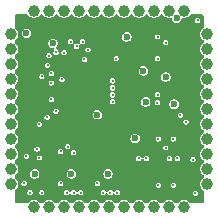
<source format=gbr>
%TF.GenerationSoftware,KiCad,Pcbnew,9.0.2*%
%TF.CreationDate,2025-06-01T13:38:18+02:00*%
%TF.ProjectId,FCB1010_controller,46434231-3031-4305-9f63-6f6e74726f6c,rev?*%
%TF.SameCoordinates,Original*%
%TF.FileFunction,Copper,L2,Inr*%
%TF.FilePolarity,Positive*%
%FSLAX46Y46*%
G04 Gerber Fmt 4.6, Leading zero omitted, Abs format (unit mm)*
G04 Created by KiCad (PCBNEW 9.0.2) date 2025-06-01 13:38:18*
%MOMM*%
%LPD*%
G01*
G04 APERTURE LIST*
%TA.AperFunction,CastellatedPad*%
%ADD10C,1.000000*%
%TD*%
%TA.AperFunction,ViaPad*%
%ADD11C,0.600000*%
%TD*%
%TA.AperFunction,ViaPad*%
%ADD12C,0.250000*%
%TD*%
G04 APERTURE END LIST*
D10*
%TO.N,unconnected-(BRD1A-NC-Pad1)*%
%TO.C,BRD1*%
X150000000Y-91700000D03*
%TO.N,Net-(BRD1C-P1.0)*%
X148730000Y-91700000D03*
%TO.N,ADC_DOUT*%
X147460000Y-91700000D03*
%TO.N,Net-(BRD1C-P1.2)*%
X146190000Y-91700000D03*
%TO.N,unconnected-(BRD1C-P1.3-Pad5)*%
X144920000Y-91700000D03*
%TO.N,unconnected-(BRD1C-P1.4-Pad6)*%
X143650000Y-91700000D03*
%TO.N,BTNS_1-5*%
X141700000Y-93650000D03*
%TO.N,BTNS_6-10*%
X141700000Y-94920000D03*
%TO.N,unconnected-(BRD1C-P1.7{slash}SCK-Pad9)*%
X141700000Y-96190000D03*
%TO.N,unconnected-(BRD1A-RST-Pad10)*%
X141700000Y-97460000D03*
%TO.N,MIDI_RX*%
X141700000Y-98730000D03*
%TO.N,unconnected-(BRD1A-NC-Pad12)*%
X141700000Y-100000000D03*
%TO.N,Net-(BRD1E-P3.1)*%
X141700000Y-101270000D03*
%TO.N,unconnected-(BRD1E-P3.2-Pad14)*%
X141700000Y-102540000D03*
%TO.N,unconnected-(BRD1E-P3.3-Pad15)*%
X141700000Y-103810000D03*
%TO.N,Net-(BRD1E-P3.4)*%
X141700000Y-105080000D03*
%TO.N,unconnected-(BRD1E-P3.5-Pad17)*%
X141700000Y-106350000D03*
%TO.N,GND*%
X143650000Y-108300000D03*
%TO.N,+5V*%
X144920000Y-108300000D03*
%TO.N,unconnected-(BRD1A-XTAL2-Pad20)*%
X146190000Y-108300000D03*
%TO.N,unconnected-(BRD1A-XTAL1-Pad21)*%
X147460000Y-108300000D03*
%TO.N,GND*%
X148730000Y-108300000D03*
%TO.N,unconnected-(BRD1A-NC-Pad23)*%
X150000000Y-108300000D03*
%TO.N,GND*%
X151270000Y-108300000D03*
X152540000Y-108300000D03*
X153810000Y-108300000D03*
X155080000Y-108300000D03*
X156350000Y-108300000D03*
X158300000Y-106350000D03*
X158300000Y-105080000D03*
X158300000Y-103810000D03*
%TO.N,+5V*%
X158300000Y-102540000D03*
%TO.N,Net-(BRD1A-ALE)*%
X158300000Y-101270000D03*
%TO.N,unconnected-(BRD1A-NC-Pad34)*%
X158300000Y-100000000D03*
%TO.N,GND*%
X158300000Y-98730000D03*
%TO.N,Net-(BRD1B-P0.7{slash}AD7)*%
X158300000Y-97460000D03*
%TO.N,Net-(BRD1B-P0.6{slash}AD6)*%
X158300000Y-96190000D03*
%TO.N,Net-(BRD1B-P0.5{slash}AD5)*%
X158300000Y-94920000D03*
%TO.N,Net-(BRD1B-P0.4{slash}AD4)*%
X158300000Y-93650000D03*
%TO.N,Net-(BRD1B-P0.3{slash}AD3)*%
X156350000Y-91700000D03*
%TO.N,Net-(BRD1B-P0.2{slash}AD2)*%
X155080000Y-91700000D03*
%TO.N,Net-(BRD1B-P0.1{slash}AD1)*%
X153810000Y-91700000D03*
%TO.N,Net-(BRD1B-P0.0{slash}AD0)*%
X152540000Y-91700000D03*
%TO.N,+5V*%
X151270000Y-91700000D03*
%TD*%
D11*
%TO.N,GND*%
X152200000Y-102500000D03*
D12*
X154800000Y-103300000D03*
D11*
X151500000Y-93900000D03*
X149000000Y-100500000D03*
X155715002Y-92337795D03*
D12*
X150300000Y-97600000D03*
D11*
X143000000Y-93600000D03*
X153100000Y-99400000D03*
X155500000Y-99600000D03*
D12*
X145100000Y-99200000D03*
D11*
X152900000Y-96780000D03*
X154800000Y-97300000D03*
D12*
X150300000Y-99400000D03*
D11*
X145250000Y-94450000D03*
D12*
X145100000Y-97800000D03*
D11*
X146800000Y-105500000D03*
X149900000Y-105500000D03*
X143700000Y-105500000D03*
D12*
X144100000Y-101300000D03*
%TO.N,Net-(BRD1E-P3.1)*%
X142800000Y-106300000D03*
%TO.N,Net-(BRD1E-P3.4)*%
X143300000Y-107090000D03*
%TO.N,Net-(BRD1B-P0.6{slash}AD6)*%
X157100000Y-104300000D03*
X150100000Y-107090000D03*
%TO.N,Net-(BRD1B-P0.1{slash}AD1)*%
X147000000Y-107090000D03*
%TO.N,Net-(BRD1B-P0.3{slash}AD3)*%
X148200000Y-95000000D03*
X154800000Y-94400000D03*
X145900000Y-106300000D03*
%TO.N,Net-(BRD1C-P1.0)*%
X156040350Y-100528964D03*
X157500000Y-92500000D03*
%TO.N,Net-(BRD1B-P0.0{slash}AD0)*%
X147600000Y-107090000D03*
%TO.N,BTNS_1-5*%
X145500000Y-95200000D03*
%TO.N,Net-(BRD1C-P1.2)*%
X146190000Y-95238389D03*
X144299999Y-107090000D03*
%TO.N,Net-(BRD1B-P0.2{slash}AD2)*%
X147900000Y-95800000D03*
X146400000Y-107090000D03*
X154100000Y-93900000D03*
%TO.N,Net-(BRD1B-P0.5{slash}AD5)*%
X155786211Y-104186211D03*
X149500000Y-107090000D03*
%TO.N,Net-(BRD1B-P0.4{slash}AD4)*%
X149000000Y-106300000D03*
X155100000Y-104200000D03*
%TO.N,Net-(BRD1B-P0.7{slash}AD7)*%
X157309794Y-107128917D03*
X150700000Y-107090000D03*
%TO.N,ADC_DOUT*%
X144800000Y-96300000D03*
D11*
%TO.N,VCC*%
X157700000Y-107700000D03*
X147800000Y-103900000D03*
X156100000Y-95852550D03*
X144700000Y-103400000D03*
X150800000Y-100900000D03*
X156750001Y-94900000D03*
X150700000Y-103400000D03*
X156700000Y-104900000D03*
X144200000Y-92800000D03*
X150800000Y-101600000D03*
X142820000Y-102020000D03*
X144000000Y-93600000D03*
D12*
%TO.N,/USB_DN*%
X150300000Y-98200000D03*
X155435000Y-102550000D03*
%TO.N,/USB_DP*%
X154165000Y-102550000D03*
X150300000Y-98800000D03*
%TO.N,/SWD_IO*%
X145500000Y-100200000D03*
X153149052Y-104200000D03*
X154165000Y-106450000D03*
%TO.N,/SWD_CLK*%
X144750000Y-100700000D03*
X152500000Y-104200000D03*
X155435000Y-106450000D03*
%TO.N,ADC_DIN*%
X145100000Y-97000000D03*
X144100000Y-104150000D03*
%TO.N,ADC_CS*%
X154080997Y-99481000D03*
X144900000Y-95500000D03*
%TO.N,MIDI_TX*%
X143000000Y-104000000D03*
X144300000Y-97250000D03*
%TO.N,Net-(U1D-PB0{slash}TIM3_CH3{slash}TIM1_CH2N{slash}TSC_G3_IO2{slash}EVENTOUT{slash}ADC_IN8)*%
X147000000Y-103700000D03*
X147750000Y-94300000D03*
%TO.N,Net-(U1D-PB2{slash}TSC_G3_IO4)*%
X146750000Y-94300000D03*
X145900000Y-103600000D03*
%TO.N,Net-(U1D-PB1{slash}TIM3_CH4{slash}TIM14_CH1{slash}TIM1_CH3N{slash}TSC_G3_IO3{slash}ADC_IN9)*%
X147250000Y-94700000D03*
X146500000Y-103200000D03*
%TO.N,ADC_CLK*%
X146000000Y-97500000D03*
X143900000Y-103400000D03*
%TO.N,Net-(BRD1A-ALE)*%
X156500000Y-101100000D03*
%TO.N,LATCH_EN*%
X154100000Y-98800000D03*
X154100000Y-95750000D03*
X150600000Y-95750000D03*
%TD*%
%TA.AperFunction,Conductor*%
%TO.N,VCC*%
G36*
X143125254Y-92019685D02*
G01*
X143165601Y-92061998D01*
X143169480Y-92068716D01*
X143281284Y-92180520D01*
X143281286Y-92180521D01*
X143281290Y-92180524D01*
X143406919Y-92253055D01*
X143418216Y-92259577D01*
X143570943Y-92300500D01*
X143570945Y-92300500D01*
X143729055Y-92300500D01*
X143729057Y-92300500D01*
X143881784Y-92259577D01*
X144018716Y-92180520D01*
X144130520Y-92068716D01*
X144134398Y-92061998D01*
X144143085Y-92053715D01*
X144148072Y-92042797D01*
X144167904Y-92030051D01*
X144184966Y-92013784D01*
X144198221Y-92010568D01*
X144206850Y-92005023D01*
X144241785Y-92000000D01*
X144328215Y-92000000D01*
X144395254Y-92019685D01*
X144435601Y-92061998D01*
X144439480Y-92068716D01*
X144551284Y-92180520D01*
X144551286Y-92180521D01*
X144551290Y-92180524D01*
X144676919Y-92253055D01*
X144688216Y-92259577D01*
X144840943Y-92300500D01*
X144840945Y-92300500D01*
X144999055Y-92300500D01*
X144999057Y-92300500D01*
X145151784Y-92259577D01*
X145288716Y-92180520D01*
X145400520Y-92068716D01*
X145404398Y-92061998D01*
X145413085Y-92053715D01*
X145418072Y-92042797D01*
X145437904Y-92030051D01*
X145454966Y-92013784D01*
X145468221Y-92010568D01*
X145476850Y-92005023D01*
X145511785Y-92000000D01*
X145598215Y-92000000D01*
X145665254Y-92019685D01*
X145705601Y-92061998D01*
X145709480Y-92068716D01*
X145821284Y-92180520D01*
X145821286Y-92180521D01*
X145821290Y-92180524D01*
X145946919Y-92253055D01*
X145958216Y-92259577D01*
X146110943Y-92300500D01*
X146110945Y-92300500D01*
X146269055Y-92300500D01*
X146269057Y-92300500D01*
X146421784Y-92259577D01*
X146558716Y-92180520D01*
X146670520Y-92068716D01*
X146674398Y-92061998D01*
X146683085Y-92053715D01*
X146688072Y-92042797D01*
X146707904Y-92030051D01*
X146724966Y-92013784D01*
X146738221Y-92010568D01*
X146746850Y-92005023D01*
X146781785Y-92000000D01*
X146868215Y-92000000D01*
X146935254Y-92019685D01*
X146975601Y-92061998D01*
X146979480Y-92068716D01*
X147091284Y-92180520D01*
X147091286Y-92180521D01*
X147091290Y-92180524D01*
X147216919Y-92253055D01*
X147228216Y-92259577D01*
X147380943Y-92300500D01*
X147380945Y-92300500D01*
X147539055Y-92300500D01*
X147539057Y-92300500D01*
X147691784Y-92259577D01*
X147828716Y-92180520D01*
X147940520Y-92068716D01*
X147944398Y-92061998D01*
X147953085Y-92053715D01*
X147958072Y-92042797D01*
X147977904Y-92030051D01*
X147994966Y-92013784D01*
X148008221Y-92010568D01*
X148016850Y-92005023D01*
X148051785Y-92000000D01*
X148138215Y-92000000D01*
X148205254Y-92019685D01*
X148245601Y-92061998D01*
X148249480Y-92068716D01*
X148361284Y-92180520D01*
X148361286Y-92180521D01*
X148361290Y-92180524D01*
X148486919Y-92253055D01*
X148498216Y-92259577D01*
X148650943Y-92300500D01*
X148650945Y-92300500D01*
X148809055Y-92300500D01*
X148809057Y-92300500D01*
X148961784Y-92259577D01*
X149098716Y-92180520D01*
X149210520Y-92068716D01*
X149214398Y-92061998D01*
X149223085Y-92053715D01*
X149228072Y-92042797D01*
X149247904Y-92030051D01*
X149264966Y-92013784D01*
X149278221Y-92010568D01*
X149286850Y-92005023D01*
X149321785Y-92000000D01*
X149408215Y-92000000D01*
X149475254Y-92019685D01*
X149515601Y-92061998D01*
X149519480Y-92068716D01*
X149631284Y-92180520D01*
X149631286Y-92180521D01*
X149631290Y-92180524D01*
X149756919Y-92253055D01*
X149768216Y-92259577D01*
X149920943Y-92300500D01*
X149920945Y-92300500D01*
X150079055Y-92300500D01*
X150079057Y-92300500D01*
X150231784Y-92259577D01*
X150368716Y-92180520D01*
X150480520Y-92068716D01*
X150484398Y-92061998D01*
X150493085Y-92053715D01*
X150498072Y-92042797D01*
X150517904Y-92030051D01*
X150534966Y-92013784D01*
X150548221Y-92010568D01*
X150556850Y-92005023D01*
X150591785Y-92000000D01*
X150678215Y-92000000D01*
X150745254Y-92019685D01*
X150785601Y-92061998D01*
X150789480Y-92068716D01*
X150901284Y-92180520D01*
X150901286Y-92180521D01*
X150901290Y-92180524D01*
X151026919Y-92253055D01*
X151038216Y-92259577D01*
X151190943Y-92300500D01*
X151190945Y-92300500D01*
X151349055Y-92300500D01*
X151349057Y-92300500D01*
X151501784Y-92259577D01*
X151638716Y-92180520D01*
X151750520Y-92068716D01*
X151754398Y-92061998D01*
X151763085Y-92053715D01*
X151768072Y-92042797D01*
X151787904Y-92030051D01*
X151804966Y-92013784D01*
X151818221Y-92010568D01*
X151826850Y-92005023D01*
X151861785Y-92000000D01*
X151948215Y-92000000D01*
X152015254Y-92019685D01*
X152055601Y-92061998D01*
X152059480Y-92068716D01*
X152171284Y-92180520D01*
X152171286Y-92180521D01*
X152171290Y-92180524D01*
X152296919Y-92253055D01*
X152308216Y-92259577D01*
X152460943Y-92300500D01*
X152460945Y-92300500D01*
X152619055Y-92300500D01*
X152619057Y-92300500D01*
X152771784Y-92259577D01*
X152908716Y-92180520D01*
X153020520Y-92068716D01*
X153024398Y-92061998D01*
X153033085Y-92053715D01*
X153038072Y-92042797D01*
X153057904Y-92030051D01*
X153074966Y-92013784D01*
X153088221Y-92010568D01*
X153096850Y-92005023D01*
X153131785Y-92000000D01*
X153218215Y-92000000D01*
X153285254Y-92019685D01*
X153325601Y-92061998D01*
X153329480Y-92068716D01*
X153441284Y-92180520D01*
X153441286Y-92180521D01*
X153441290Y-92180524D01*
X153566919Y-92253055D01*
X153578216Y-92259577D01*
X153730943Y-92300500D01*
X153730945Y-92300500D01*
X153889055Y-92300500D01*
X153889057Y-92300500D01*
X154041784Y-92259577D01*
X154178716Y-92180520D01*
X154290520Y-92068716D01*
X154294398Y-92061998D01*
X154303085Y-92053715D01*
X154308072Y-92042797D01*
X154327904Y-92030051D01*
X154344966Y-92013784D01*
X154358221Y-92010568D01*
X154366850Y-92005023D01*
X154401785Y-92000000D01*
X154488215Y-92000000D01*
X154555254Y-92019685D01*
X154595601Y-92061998D01*
X154599480Y-92068716D01*
X154711284Y-92180520D01*
X154711286Y-92180521D01*
X154711290Y-92180524D01*
X154836919Y-92253055D01*
X154848216Y-92259577D01*
X155000943Y-92300500D01*
X155000945Y-92300500D01*
X155159055Y-92300500D01*
X155159057Y-92300500D01*
X155161807Y-92299763D01*
X155164216Y-92299820D01*
X155167113Y-92299439D01*
X155167172Y-92299890D01*
X155231656Y-92301424D01*
X155289519Y-92340586D01*
X155313677Y-92387443D01*
X155341795Y-92492383D01*
X155341796Y-92492384D01*
X155394522Y-92583708D01*
X155469089Y-92658275D01*
X155560415Y-92711002D01*
X155662275Y-92738295D01*
X155662277Y-92738295D01*
X155767727Y-92738295D01*
X155767729Y-92738295D01*
X155869589Y-92711002D01*
X155960915Y-92658275D01*
X156035482Y-92583708D01*
X156088209Y-92492382D01*
X156098186Y-92455146D01*
X157274500Y-92455146D01*
X157274500Y-92544853D01*
X157274501Y-92544858D01*
X157308827Y-92627733D01*
X157372266Y-92691172D01*
X157420143Y-92711002D01*
X157455145Y-92725500D01*
X157455147Y-92725500D01*
X157544853Y-92725500D01*
X157544855Y-92725500D01*
X157586295Y-92708335D01*
X157627733Y-92691172D01*
X157627734Y-92691170D01*
X157627736Y-92691170D01*
X157691170Y-92627736D01*
X157691170Y-92627734D01*
X157691172Y-92627733D01*
X157709407Y-92583708D01*
X157725500Y-92544855D01*
X157725500Y-92455145D01*
X157717721Y-92436365D01*
X157691172Y-92372266D01*
X157627733Y-92308827D01*
X157544858Y-92274501D01*
X157544856Y-92274500D01*
X157544855Y-92274500D01*
X157455145Y-92274500D01*
X157455143Y-92274500D01*
X157455141Y-92274501D01*
X157372266Y-92308827D01*
X157308827Y-92372266D01*
X157274501Y-92455141D01*
X157274500Y-92455146D01*
X156098186Y-92455146D01*
X156115502Y-92390522D01*
X156115502Y-92390521D01*
X156116326Y-92387446D01*
X156152690Y-92327785D01*
X156215536Y-92297255D01*
X156262877Y-92299509D01*
X156262887Y-92299439D01*
X156263734Y-92299550D01*
X156268191Y-92299762D01*
X156270943Y-92300500D01*
X156270946Y-92300500D01*
X156429055Y-92300500D01*
X156429057Y-92300500D01*
X156581784Y-92259577D01*
X156718716Y-92180520D01*
X156830520Y-92068716D01*
X156834398Y-92061998D01*
X156884966Y-92013784D01*
X156941785Y-92000000D01*
X157876000Y-92000000D01*
X157943039Y-92019685D01*
X157988794Y-92072489D01*
X158000000Y-92124000D01*
X158000000Y-93058215D01*
X157980315Y-93125254D01*
X157938001Y-93165602D01*
X157931284Y-93169479D01*
X157819481Y-93281282D01*
X157819475Y-93281290D01*
X157740426Y-93418209D01*
X157740424Y-93418214D01*
X157740423Y-93418216D01*
X157699500Y-93570943D01*
X157699500Y-93729057D01*
X157733286Y-93855146D01*
X157740423Y-93881783D01*
X157740426Y-93881790D01*
X157819475Y-94018709D01*
X157819479Y-94018714D01*
X157819480Y-94018716D01*
X157931284Y-94130520D01*
X157937996Y-94134395D01*
X157946280Y-94143082D01*
X157957203Y-94148071D01*
X157969947Y-94167901D01*
X157986213Y-94184959D01*
X157989429Y-94198217D01*
X157994977Y-94206849D01*
X158000000Y-94241784D01*
X158000000Y-94328215D01*
X157980315Y-94395254D01*
X157938001Y-94435602D01*
X157931284Y-94439479D01*
X157819481Y-94551282D01*
X157819475Y-94551290D01*
X157740426Y-94688209D01*
X157740423Y-94688216D01*
X157699500Y-94840943D01*
X157699500Y-94999057D01*
X157733980Y-95127736D01*
X157740423Y-95151783D01*
X157740426Y-95151790D01*
X157819475Y-95288709D01*
X157819479Y-95288714D01*
X157819480Y-95288716D01*
X157931284Y-95400520D01*
X157937996Y-95404395D01*
X157946280Y-95413082D01*
X157957203Y-95418071D01*
X157969947Y-95437901D01*
X157986213Y-95454959D01*
X157989429Y-95468217D01*
X157994977Y-95476849D01*
X158000000Y-95511784D01*
X158000000Y-95598215D01*
X157980315Y-95665254D01*
X157938001Y-95705602D01*
X157931284Y-95709479D01*
X157819481Y-95821282D01*
X157819475Y-95821290D01*
X157740426Y-95958209D01*
X157740423Y-95958216D01*
X157699500Y-96110943D01*
X157699500Y-96269057D01*
X157736407Y-96406794D01*
X157740423Y-96421783D01*
X157740426Y-96421790D01*
X157819475Y-96558709D01*
X157819479Y-96558714D01*
X157819480Y-96558716D01*
X157931284Y-96670520D01*
X157937996Y-96674395D01*
X157946280Y-96683082D01*
X157957203Y-96688071D01*
X157969947Y-96707901D01*
X157986213Y-96724959D01*
X157989429Y-96738217D01*
X157994977Y-96746849D01*
X158000000Y-96781784D01*
X158000000Y-96868215D01*
X157980315Y-96935254D01*
X157938001Y-96975602D01*
X157931284Y-96979479D01*
X157819481Y-97091282D01*
X157819475Y-97091290D01*
X157740426Y-97228209D01*
X157740423Y-97228216D01*
X157699500Y-97380943D01*
X157699500Y-97539057D01*
X157740259Y-97691170D01*
X157740423Y-97691783D01*
X157740426Y-97691790D01*
X157819475Y-97828709D01*
X157819479Y-97828714D01*
X157819480Y-97828716D01*
X157931284Y-97940520D01*
X157937996Y-97944395D01*
X157946280Y-97953082D01*
X157957203Y-97958071D01*
X157969947Y-97977901D01*
X157986213Y-97994959D01*
X157989429Y-98008217D01*
X157994977Y-98016849D01*
X158000000Y-98051784D01*
X158000000Y-98138215D01*
X157980315Y-98205254D01*
X157938001Y-98245602D01*
X157931284Y-98249479D01*
X157819481Y-98361282D01*
X157819475Y-98361290D01*
X157740426Y-98498209D01*
X157740423Y-98498216D01*
X157699500Y-98650943D01*
X157699500Y-98809057D01*
X157709092Y-98844853D01*
X157740423Y-98961783D01*
X157740426Y-98961790D01*
X157819475Y-99098709D01*
X157819479Y-99098714D01*
X157819480Y-99098716D01*
X157931284Y-99210520D01*
X157937996Y-99214395D01*
X157946280Y-99223082D01*
X157957203Y-99228071D01*
X157969947Y-99247901D01*
X157986213Y-99264959D01*
X157989429Y-99278217D01*
X157994977Y-99286849D01*
X158000000Y-99321784D01*
X158000000Y-99408215D01*
X157980315Y-99475254D01*
X157938001Y-99515602D01*
X157931284Y-99519479D01*
X157819481Y-99631282D01*
X157819475Y-99631290D01*
X157740426Y-99768209D01*
X157740423Y-99768216D01*
X157699500Y-99920943D01*
X157699500Y-100079057D01*
X157708016Y-100110837D01*
X157740423Y-100231783D01*
X157740426Y-100231790D01*
X157819475Y-100368709D01*
X157819479Y-100368714D01*
X157819480Y-100368716D01*
X157931284Y-100480520D01*
X157937996Y-100484395D01*
X157946280Y-100493082D01*
X157957203Y-100498071D01*
X157969947Y-100517901D01*
X157986213Y-100534959D01*
X157989429Y-100548217D01*
X157994977Y-100556849D01*
X158000000Y-100591784D01*
X158000000Y-100678215D01*
X157980315Y-100745254D01*
X157938001Y-100785602D01*
X157931284Y-100789479D01*
X157819481Y-100901282D01*
X157819475Y-100901290D01*
X157740426Y-101038209D01*
X157740423Y-101038216D01*
X157699500Y-101190943D01*
X157699500Y-101349056D01*
X157740423Y-101501783D01*
X157740426Y-101501790D01*
X157819475Y-101638709D01*
X157819479Y-101638714D01*
X157819480Y-101638716D01*
X157931284Y-101750520D01*
X157937996Y-101754395D01*
X157946280Y-101763082D01*
X157957203Y-101768071D01*
X157969947Y-101787901D01*
X157986213Y-101804959D01*
X157989429Y-101818217D01*
X157994977Y-101826849D01*
X158000000Y-101861784D01*
X158000000Y-101948215D01*
X157980315Y-102015254D01*
X157938001Y-102055602D01*
X157931284Y-102059479D01*
X157819481Y-102171282D01*
X157819475Y-102171290D01*
X157740426Y-102308209D01*
X157740423Y-102308216D01*
X157699500Y-102460943D01*
X157699500Y-102619056D01*
X157740423Y-102771783D01*
X157740426Y-102771790D01*
X157819475Y-102908709D01*
X157819479Y-102908714D01*
X157819480Y-102908716D01*
X157931284Y-103020520D01*
X157937996Y-103024395D01*
X157946280Y-103033082D01*
X157957203Y-103038071D01*
X157969947Y-103057901D01*
X157986213Y-103074959D01*
X157989429Y-103088217D01*
X157994977Y-103096849D01*
X158000000Y-103131784D01*
X158000000Y-103218215D01*
X157980315Y-103285254D01*
X157938001Y-103325602D01*
X157931284Y-103329479D01*
X157819481Y-103441282D01*
X157819475Y-103441290D01*
X157740426Y-103578209D01*
X157740423Y-103578216D01*
X157699500Y-103730943D01*
X157699500Y-103889057D01*
X157727899Y-103995041D01*
X157740423Y-104041783D01*
X157740426Y-104041790D01*
X157819475Y-104178709D01*
X157819479Y-104178714D01*
X157819480Y-104178716D01*
X157931284Y-104290520D01*
X157937996Y-104294395D01*
X157946280Y-104303082D01*
X157957203Y-104308071D01*
X157969947Y-104327901D01*
X157986213Y-104344959D01*
X157989429Y-104358217D01*
X157994977Y-104366849D01*
X158000000Y-104401784D01*
X158000000Y-104488215D01*
X157980315Y-104555254D01*
X157938001Y-104595602D01*
X157931284Y-104599479D01*
X157819481Y-104711282D01*
X157819475Y-104711290D01*
X157740426Y-104848209D01*
X157740423Y-104848216D01*
X157699500Y-105000943D01*
X157699500Y-105159057D01*
X157704984Y-105179521D01*
X157740423Y-105311783D01*
X157740426Y-105311790D01*
X157819475Y-105448709D01*
X157819479Y-105448714D01*
X157819480Y-105448716D01*
X157931284Y-105560520D01*
X157937996Y-105564395D01*
X157946280Y-105573082D01*
X157957203Y-105578071D01*
X157969947Y-105597901D01*
X157986213Y-105614959D01*
X157989429Y-105628217D01*
X157994977Y-105636849D01*
X158000000Y-105671784D01*
X158000000Y-105758215D01*
X157980315Y-105825254D01*
X157938001Y-105865602D01*
X157931284Y-105869479D01*
X157819481Y-105981282D01*
X157819475Y-105981290D01*
X157740426Y-106118209D01*
X157740423Y-106118216D01*
X157699500Y-106270943D01*
X157699500Y-106429057D01*
X157739339Y-106577736D01*
X157740423Y-106581783D01*
X157740426Y-106581790D01*
X157819475Y-106718709D01*
X157819479Y-106718714D01*
X157819480Y-106718716D01*
X157931284Y-106830520D01*
X157937996Y-106834395D01*
X157986213Y-106884959D01*
X158000000Y-106941784D01*
X158000000Y-107876000D01*
X157980315Y-107943039D01*
X157927511Y-107988794D01*
X157876000Y-108000000D01*
X156941785Y-108000000D01*
X156874746Y-107980315D01*
X156834398Y-107938001D01*
X156830520Y-107931284D01*
X156718717Y-107819481D01*
X156718709Y-107819475D01*
X156581790Y-107740426D01*
X156581786Y-107740424D01*
X156581784Y-107740423D01*
X156429057Y-107699500D01*
X156270943Y-107699500D01*
X156118216Y-107740423D01*
X156118209Y-107740426D01*
X155981290Y-107819475D01*
X155981282Y-107819481D01*
X155869479Y-107931284D01*
X155865602Y-107938001D01*
X155856914Y-107946284D01*
X155851928Y-107957203D01*
X155832095Y-107969948D01*
X155815034Y-107986216D01*
X155801778Y-107989431D01*
X155793150Y-107994977D01*
X155758215Y-108000000D01*
X155671785Y-108000000D01*
X155604746Y-107980315D01*
X155564398Y-107938001D01*
X155560520Y-107931284D01*
X155448717Y-107819481D01*
X155448709Y-107819475D01*
X155311790Y-107740426D01*
X155311786Y-107740424D01*
X155311784Y-107740423D01*
X155159057Y-107699500D01*
X155000943Y-107699500D01*
X154848216Y-107740423D01*
X154848209Y-107740426D01*
X154711290Y-107819475D01*
X154711282Y-107819481D01*
X154599479Y-107931284D01*
X154595602Y-107938001D01*
X154586914Y-107946284D01*
X154581928Y-107957203D01*
X154562095Y-107969948D01*
X154545034Y-107986216D01*
X154531778Y-107989431D01*
X154523150Y-107994977D01*
X154488215Y-108000000D01*
X154401785Y-108000000D01*
X154334746Y-107980315D01*
X154294398Y-107938001D01*
X154290520Y-107931284D01*
X154178717Y-107819481D01*
X154178709Y-107819475D01*
X154041790Y-107740426D01*
X154041786Y-107740424D01*
X154041784Y-107740423D01*
X153889057Y-107699500D01*
X153730943Y-107699500D01*
X153578216Y-107740423D01*
X153578209Y-107740426D01*
X153441290Y-107819475D01*
X153441282Y-107819481D01*
X153329479Y-107931284D01*
X153325602Y-107938001D01*
X153316914Y-107946284D01*
X153311928Y-107957203D01*
X153292095Y-107969948D01*
X153275034Y-107986216D01*
X153261778Y-107989431D01*
X153253150Y-107994977D01*
X153218215Y-108000000D01*
X153131785Y-108000000D01*
X153064746Y-107980315D01*
X153024398Y-107938001D01*
X153020520Y-107931284D01*
X152908717Y-107819481D01*
X152908709Y-107819475D01*
X152771790Y-107740426D01*
X152771786Y-107740424D01*
X152771784Y-107740423D01*
X152619057Y-107699500D01*
X152460943Y-107699500D01*
X152308216Y-107740423D01*
X152308209Y-107740426D01*
X152171290Y-107819475D01*
X152171282Y-107819481D01*
X152059479Y-107931284D01*
X152055602Y-107938001D01*
X152046914Y-107946284D01*
X152041928Y-107957203D01*
X152022095Y-107969948D01*
X152005034Y-107986216D01*
X151991778Y-107989431D01*
X151983150Y-107994977D01*
X151948215Y-108000000D01*
X151861785Y-108000000D01*
X151794746Y-107980315D01*
X151754398Y-107938001D01*
X151750520Y-107931284D01*
X151638717Y-107819481D01*
X151638709Y-107819475D01*
X151501790Y-107740426D01*
X151501786Y-107740424D01*
X151501784Y-107740423D01*
X151349057Y-107699500D01*
X151190943Y-107699500D01*
X151038216Y-107740423D01*
X151038209Y-107740426D01*
X150901290Y-107819475D01*
X150901282Y-107819481D01*
X150789479Y-107931284D01*
X150785602Y-107938001D01*
X150776914Y-107946284D01*
X150771928Y-107957203D01*
X150752095Y-107969948D01*
X150735034Y-107986216D01*
X150721778Y-107989431D01*
X150713150Y-107994977D01*
X150678215Y-108000000D01*
X150591785Y-108000000D01*
X150524746Y-107980315D01*
X150484398Y-107938001D01*
X150480520Y-107931284D01*
X150368717Y-107819481D01*
X150368709Y-107819475D01*
X150231790Y-107740426D01*
X150231786Y-107740424D01*
X150231784Y-107740423D01*
X150079057Y-107699500D01*
X149920943Y-107699500D01*
X149768216Y-107740423D01*
X149768209Y-107740426D01*
X149631290Y-107819475D01*
X149631282Y-107819481D01*
X149519479Y-107931284D01*
X149515602Y-107938001D01*
X149506914Y-107946284D01*
X149501928Y-107957203D01*
X149482095Y-107969948D01*
X149465034Y-107986216D01*
X149451778Y-107989431D01*
X149443150Y-107994977D01*
X149408215Y-108000000D01*
X149321785Y-108000000D01*
X149254746Y-107980315D01*
X149214398Y-107938001D01*
X149210520Y-107931284D01*
X149098717Y-107819481D01*
X149098709Y-107819475D01*
X148961790Y-107740426D01*
X148961786Y-107740424D01*
X148961784Y-107740423D01*
X148809057Y-107699500D01*
X148650943Y-107699500D01*
X148498216Y-107740423D01*
X148498209Y-107740426D01*
X148361290Y-107819475D01*
X148361282Y-107819481D01*
X148249479Y-107931284D01*
X148245602Y-107938001D01*
X148236914Y-107946284D01*
X148231928Y-107957203D01*
X148212095Y-107969948D01*
X148195034Y-107986216D01*
X148181778Y-107989431D01*
X148173150Y-107994977D01*
X148138215Y-108000000D01*
X148051785Y-108000000D01*
X147984746Y-107980315D01*
X147944398Y-107938001D01*
X147940520Y-107931284D01*
X147828717Y-107819481D01*
X147828709Y-107819475D01*
X147691790Y-107740426D01*
X147691786Y-107740424D01*
X147691784Y-107740423D01*
X147539057Y-107699500D01*
X147380943Y-107699500D01*
X147228216Y-107740423D01*
X147228209Y-107740426D01*
X147091290Y-107819475D01*
X147091282Y-107819481D01*
X146979479Y-107931284D01*
X146975602Y-107938001D01*
X146966914Y-107946284D01*
X146961928Y-107957203D01*
X146942095Y-107969948D01*
X146925034Y-107986216D01*
X146911778Y-107989431D01*
X146903150Y-107994977D01*
X146868215Y-108000000D01*
X146781785Y-108000000D01*
X146714746Y-107980315D01*
X146674398Y-107938001D01*
X146670520Y-107931284D01*
X146558717Y-107819481D01*
X146558709Y-107819475D01*
X146421790Y-107740426D01*
X146421786Y-107740424D01*
X146421784Y-107740423D01*
X146269057Y-107699500D01*
X146110943Y-107699500D01*
X145958216Y-107740423D01*
X145958209Y-107740426D01*
X145821290Y-107819475D01*
X145821282Y-107819481D01*
X145709479Y-107931284D01*
X145705602Y-107938001D01*
X145696914Y-107946284D01*
X145691928Y-107957203D01*
X145672095Y-107969948D01*
X145655034Y-107986216D01*
X145641778Y-107989431D01*
X145633150Y-107994977D01*
X145598215Y-108000000D01*
X145511785Y-108000000D01*
X145444746Y-107980315D01*
X145404398Y-107938001D01*
X145400520Y-107931284D01*
X145288717Y-107819481D01*
X145288709Y-107819475D01*
X145151790Y-107740426D01*
X145151786Y-107740424D01*
X145151784Y-107740423D01*
X144999057Y-107699500D01*
X144840943Y-107699500D01*
X144688216Y-107740423D01*
X144688209Y-107740426D01*
X144551290Y-107819475D01*
X144551282Y-107819481D01*
X144439479Y-107931284D01*
X144435602Y-107938001D01*
X144426914Y-107946284D01*
X144421928Y-107957203D01*
X144402095Y-107969948D01*
X144385034Y-107986216D01*
X144371778Y-107989431D01*
X144363150Y-107994977D01*
X144328215Y-108000000D01*
X144241785Y-108000000D01*
X144174746Y-107980315D01*
X144134398Y-107938001D01*
X144130520Y-107931284D01*
X144018717Y-107819481D01*
X144018709Y-107819475D01*
X143881790Y-107740426D01*
X143881786Y-107740424D01*
X143881784Y-107740423D01*
X143729057Y-107699500D01*
X143570943Y-107699500D01*
X143418216Y-107740423D01*
X143418209Y-107740426D01*
X143281290Y-107819475D01*
X143281282Y-107819481D01*
X143169479Y-107931284D01*
X143165602Y-107938001D01*
X143115034Y-107986216D01*
X143058215Y-108000000D01*
X142124000Y-108000000D01*
X142056961Y-107980315D01*
X142011206Y-107927511D01*
X142000000Y-107876000D01*
X142000000Y-107045146D01*
X143074500Y-107045146D01*
X143074500Y-107134853D01*
X143074501Y-107134858D01*
X143108827Y-107217733D01*
X143172266Y-107281172D01*
X143236365Y-107307721D01*
X143255145Y-107315500D01*
X143255147Y-107315500D01*
X143344853Y-107315500D01*
X143344855Y-107315500D01*
X143386295Y-107298335D01*
X143427733Y-107281172D01*
X143427734Y-107281170D01*
X143427736Y-107281170D01*
X143491170Y-107217736D01*
X143491170Y-107217734D01*
X143491172Y-107217733D01*
X143509381Y-107173770D01*
X143525500Y-107134855D01*
X143525500Y-107045146D01*
X144074499Y-107045146D01*
X144074499Y-107134853D01*
X144074500Y-107134858D01*
X144108826Y-107217733D01*
X144172265Y-107281172D01*
X144236364Y-107307721D01*
X144255144Y-107315500D01*
X144255146Y-107315500D01*
X144344852Y-107315500D01*
X144344854Y-107315500D01*
X144386294Y-107298335D01*
X144427732Y-107281172D01*
X144427733Y-107281170D01*
X144427735Y-107281170D01*
X144491169Y-107217736D01*
X144491169Y-107217734D01*
X144491171Y-107217733D01*
X144509380Y-107173770D01*
X144525499Y-107134855D01*
X144525499Y-107045146D01*
X146174500Y-107045146D01*
X146174500Y-107134853D01*
X146174501Y-107134858D01*
X146208827Y-107217733D01*
X146272266Y-107281172D01*
X146336365Y-107307721D01*
X146355145Y-107315500D01*
X146355147Y-107315500D01*
X146444853Y-107315500D01*
X146444855Y-107315500D01*
X146486295Y-107298335D01*
X146527733Y-107281172D01*
X146527734Y-107281170D01*
X146527736Y-107281170D01*
X146591170Y-107217736D01*
X146591170Y-107217734D01*
X146591172Y-107217733D01*
X146596900Y-107209162D01*
X146650513Y-107164358D01*
X146719838Y-107155652D01*
X146782865Y-107185808D01*
X146803100Y-107209162D01*
X146808827Y-107217733D01*
X146872266Y-107281172D01*
X146936365Y-107307721D01*
X146955145Y-107315500D01*
X146955147Y-107315500D01*
X147044853Y-107315500D01*
X147044855Y-107315500D01*
X147086295Y-107298335D01*
X147127733Y-107281172D01*
X147127734Y-107281170D01*
X147127736Y-107281170D01*
X147191170Y-107217736D01*
X147191170Y-107217734D01*
X147191172Y-107217733D01*
X147196900Y-107209162D01*
X147250513Y-107164358D01*
X147319838Y-107155652D01*
X147382865Y-107185808D01*
X147403100Y-107209162D01*
X147408827Y-107217733D01*
X147472266Y-107281172D01*
X147536365Y-107307721D01*
X147555145Y-107315500D01*
X147555147Y-107315500D01*
X147644853Y-107315500D01*
X147644855Y-107315500D01*
X147686295Y-107298335D01*
X147727733Y-107281172D01*
X147727734Y-107281170D01*
X147727736Y-107281170D01*
X147791170Y-107217736D01*
X147791170Y-107217734D01*
X147791172Y-107217733D01*
X147809381Y-107173770D01*
X147825500Y-107134855D01*
X147825500Y-107045146D01*
X149274500Y-107045146D01*
X149274500Y-107134853D01*
X149274501Y-107134858D01*
X149308827Y-107217733D01*
X149372266Y-107281172D01*
X149436365Y-107307721D01*
X149455145Y-107315500D01*
X149455147Y-107315500D01*
X149544853Y-107315500D01*
X149544855Y-107315500D01*
X149586295Y-107298335D01*
X149627733Y-107281172D01*
X149627734Y-107281170D01*
X149627736Y-107281170D01*
X149691170Y-107217736D01*
X149691170Y-107217734D01*
X149691172Y-107217733D01*
X149696900Y-107209162D01*
X149750513Y-107164358D01*
X149819838Y-107155652D01*
X149882865Y-107185808D01*
X149903100Y-107209162D01*
X149908827Y-107217733D01*
X149972266Y-107281172D01*
X150036365Y-107307721D01*
X150055145Y-107315500D01*
X150055147Y-107315500D01*
X150144853Y-107315500D01*
X150144855Y-107315500D01*
X150186295Y-107298335D01*
X150227733Y-107281172D01*
X150227734Y-107281170D01*
X150227736Y-107281170D01*
X150291170Y-107217736D01*
X150291170Y-107217734D01*
X150291172Y-107217733D01*
X150296900Y-107209162D01*
X150350513Y-107164358D01*
X150419838Y-107155652D01*
X150482865Y-107185808D01*
X150503100Y-107209162D01*
X150508827Y-107217733D01*
X150572266Y-107281172D01*
X150636365Y-107307721D01*
X150655145Y-107315500D01*
X150655147Y-107315500D01*
X150744853Y-107315500D01*
X150744855Y-107315500D01*
X150786295Y-107298335D01*
X150827733Y-107281172D01*
X150827734Y-107281170D01*
X150827736Y-107281170D01*
X150891170Y-107217736D01*
X150891170Y-107217734D01*
X150891172Y-107217733D01*
X150909381Y-107173770D01*
X150925500Y-107134855D01*
X150925500Y-107084063D01*
X157084294Y-107084063D01*
X157084294Y-107173770D01*
X157084295Y-107173775D01*
X157118621Y-107256650D01*
X157182060Y-107320089D01*
X157246159Y-107346638D01*
X157264939Y-107354417D01*
X157264941Y-107354417D01*
X157354647Y-107354417D01*
X157354649Y-107354417D01*
X157396089Y-107337252D01*
X157437527Y-107320089D01*
X157437528Y-107320087D01*
X157437530Y-107320087D01*
X157500964Y-107256653D01*
X157500964Y-107256651D01*
X157500966Y-107256650D01*
X157520635Y-107209162D01*
X157535294Y-107173772D01*
X157535294Y-107084062D01*
X157519175Y-107045146D01*
X157500966Y-107001183D01*
X157437527Y-106937744D01*
X157354652Y-106903418D01*
X157354650Y-106903417D01*
X157354649Y-106903417D01*
X157264939Y-106903417D01*
X157264937Y-106903417D01*
X157264935Y-106903418D01*
X157182060Y-106937744D01*
X157118621Y-107001183D01*
X157084295Y-107084058D01*
X157084294Y-107084063D01*
X150925500Y-107084063D01*
X150925500Y-107045145D01*
X150907290Y-107001181D01*
X150891172Y-106962266D01*
X150827733Y-106898827D01*
X150744858Y-106864501D01*
X150744856Y-106864500D01*
X150744855Y-106864500D01*
X150655145Y-106864500D01*
X150655143Y-106864500D01*
X150655141Y-106864501D01*
X150572266Y-106898827D01*
X150508829Y-106962264D01*
X150503099Y-106970840D01*
X150449484Y-107015642D01*
X150380159Y-107024346D01*
X150317133Y-106994188D01*
X150296901Y-106970840D01*
X150291170Y-106962264D01*
X150227733Y-106898827D01*
X150144858Y-106864501D01*
X150144856Y-106864500D01*
X150144855Y-106864500D01*
X150055145Y-106864500D01*
X150055143Y-106864500D01*
X150055141Y-106864501D01*
X149972266Y-106898827D01*
X149908829Y-106962264D01*
X149903099Y-106970840D01*
X149849484Y-107015642D01*
X149780159Y-107024346D01*
X149717133Y-106994188D01*
X149696901Y-106970840D01*
X149691170Y-106962264D01*
X149627733Y-106898827D01*
X149544858Y-106864501D01*
X149544856Y-106864500D01*
X149544855Y-106864500D01*
X149455145Y-106864500D01*
X149455143Y-106864500D01*
X149455141Y-106864501D01*
X149372266Y-106898827D01*
X149308827Y-106962266D01*
X149274501Y-107045141D01*
X149274500Y-107045146D01*
X147825500Y-107045146D01*
X147825500Y-107045145D01*
X147807290Y-107001181D01*
X147791172Y-106962266D01*
X147727733Y-106898827D01*
X147644858Y-106864501D01*
X147644856Y-106864500D01*
X147644855Y-106864500D01*
X147555145Y-106864500D01*
X147555143Y-106864500D01*
X147555141Y-106864501D01*
X147472266Y-106898827D01*
X147408829Y-106962264D01*
X147403099Y-106970840D01*
X147349484Y-107015642D01*
X147280159Y-107024346D01*
X147217133Y-106994188D01*
X147196901Y-106970840D01*
X147191170Y-106962264D01*
X147127733Y-106898827D01*
X147044858Y-106864501D01*
X147044856Y-106864500D01*
X147044855Y-106864500D01*
X146955145Y-106864500D01*
X146955143Y-106864500D01*
X146955141Y-106864501D01*
X146872266Y-106898827D01*
X146808829Y-106962264D01*
X146803099Y-106970840D01*
X146749484Y-107015642D01*
X146680159Y-107024346D01*
X146617133Y-106994188D01*
X146596901Y-106970840D01*
X146591170Y-106962264D01*
X146527733Y-106898827D01*
X146444858Y-106864501D01*
X146444856Y-106864500D01*
X146444855Y-106864500D01*
X146355145Y-106864500D01*
X146355143Y-106864500D01*
X146355141Y-106864501D01*
X146272266Y-106898827D01*
X146208827Y-106962266D01*
X146174501Y-107045141D01*
X146174500Y-107045146D01*
X144525499Y-107045146D01*
X144525499Y-107045145D01*
X144507289Y-107001181D01*
X144491171Y-106962266D01*
X144427732Y-106898827D01*
X144344857Y-106864501D01*
X144344855Y-106864500D01*
X144344854Y-106864500D01*
X144255144Y-106864500D01*
X144255142Y-106864500D01*
X144255140Y-106864501D01*
X144172265Y-106898827D01*
X144108826Y-106962266D01*
X144074500Y-107045141D01*
X144074499Y-107045146D01*
X143525500Y-107045146D01*
X143525500Y-107045145D01*
X143507290Y-107001181D01*
X143491172Y-106962266D01*
X143427733Y-106898827D01*
X143344858Y-106864501D01*
X143344856Y-106864500D01*
X143344855Y-106864500D01*
X143255145Y-106864500D01*
X143255143Y-106864500D01*
X143255141Y-106864501D01*
X143172266Y-106898827D01*
X143108827Y-106962266D01*
X143074501Y-107045141D01*
X143074500Y-107045146D01*
X142000000Y-107045146D01*
X142000000Y-106941784D01*
X142019685Y-106874745D01*
X142062003Y-106834395D01*
X142068716Y-106830520D01*
X142180520Y-106718716D01*
X142259577Y-106581784D01*
X142300500Y-106429057D01*
X142300500Y-106270943D01*
X142296267Y-106255144D01*
X142574500Y-106255144D01*
X142574500Y-106255145D01*
X142574500Y-106344855D01*
X142574500Y-106344856D01*
X142574501Y-106344858D01*
X142608827Y-106427733D01*
X142672266Y-106491172D01*
X142736365Y-106517721D01*
X142755145Y-106525500D01*
X142755147Y-106525500D01*
X142844853Y-106525500D01*
X142844855Y-106525500D01*
X142886295Y-106508335D01*
X142927733Y-106491172D01*
X142927734Y-106491170D01*
X142927736Y-106491170D01*
X142991170Y-106427736D01*
X142991170Y-106427734D01*
X142991172Y-106427733D01*
X143008335Y-106386295D01*
X143025500Y-106344855D01*
X143025500Y-106255145D01*
X143025500Y-106255144D01*
X145674500Y-106255144D01*
X145674500Y-106255145D01*
X145674500Y-106344855D01*
X145674500Y-106344856D01*
X145674501Y-106344858D01*
X145708827Y-106427733D01*
X145772266Y-106491172D01*
X145836365Y-106517721D01*
X145855145Y-106525500D01*
X145855147Y-106525500D01*
X145944853Y-106525500D01*
X145944855Y-106525500D01*
X145986295Y-106508335D01*
X146027733Y-106491172D01*
X146027734Y-106491170D01*
X146027736Y-106491170D01*
X146091170Y-106427736D01*
X146091170Y-106427734D01*
X146091172Y-106427733D01*
X146108335Y-106386295D01*
X146125500Y-106344855D01*
X146125500Y-106255145D01*
X146125500Y-106255144D01*
X148774500Y-106255144D01*
X148774500Y-106255145D01*
X148774500Y-106344855D01*
X148774500Y-106344856D01*
X148774501Y-106344858D01*
X148808827Y-106427733D01*
X148872266Y-106491172D01*
X148936365Y-106517721D01*
X148955145Y-106525500D01*
X148955147Y-106525500D01*
X149044853Y-106525500D01*
X149044855Y-106525500D01*
X149086295Y-106508335D01*
X149127733Y-106491172D01*
X149127734Y-106491170D01*
X149127736Y-106491170D01*
X149191170Y-106427736D01*
X149191170Y-106427734D01*
X149191172Y-106427733D01*
X149200528Y-106405146D01*
X153939500Y-106405146D01*
X153939500Y-106494853D01*
X153939501Y-106494858D01*
X153973827Y-106577733D01*
X154037266Y-106641172D01*
X154101365Y-106667721D01*
X154120145Y-106675500D01*
X154120147Y-106675500D01*
X154209853Y-106675500D01*
X154209855Y-106675500D01*
X154251295Y-106658335D01*
X154292733Y-106641172D01*
X154292734Y-106641170D01*
X154292736Y-106641170D01*
X154356170Y-106577736D01*
X154356170Y-106577734D01*
X154356172Y-106577733D01*
X154373335Y-106536295D01*
X154390500Y-106494855D01*
X154390500Y-106405146D01*
X155209500Y-106405146D01*
X155209500Y-106494853D01*
X155209501Y-106494858D01*
X155243827Y-106577733D01*
X155307266Y-106641172D01*
X155371365Y-106667721D01*
X155390145Y-106675500D01*
X155390147Y-106675500D01*
X155479853Y-106675500D01*
X155479855Y-106675500D01*
X155521295Y-106658335D01*
X155562733Y-106641172D01*
X155562734Y-106641170D01*
X155562736Y-106641170D01*
X155626170Y-106577736D01*
X155626170Y-106577734D01*
X155626172Y-106577733D01*
X155643335Y-106536295D01*
X155660500Y-106494855D01*
X155660500Y-106405145D01*
X155635529Y-106344858D01*
X155626172Y-106322266D01*
X155562733Y-106258827D01*
X155479858Y-106224501D01*
X155479856Y-106224500D01*
X155479855Y-106224500D01*
X155390145Y-106224500D01*
X155390143Y-106224500D01*
X155390141Y-106224501D01*
X155307266Y-106258827D01*
X155243827Y-106322266D01*
X155209501Y-106405141D01*
X155209500Y-106405146D01*
X154390500Y-106405146D01*
X154390500Y-106405145D01*
X154365529Y-106344858D01*
X154356172Y-106322266D01*
X154292733Y-106258827D01*
X154209858Y-106224501D01*
X154209856Y-106224500D01*
X154209855Y-106224500D01*
X154120145Y-106224500D01*
X154120143Y-106224500D01*
X154120141Y-106224501D01*
X154037266Y-106258827D01*
X153973827Y-106322266D01*
X153939501Y-106405141D01*
X153939500Y-106405146D01*
X149200528Y-106405146D01*
X149225238Y-106345488D01*
X149225240Y-106345483D01*
X149225284Y-106345374D01*
X149225500Y-106344855D01*
X149225500Y-106255145D01*
X149212807Y-106224500D01*
X149191172Y-106172266D01*
X149127733Y-106108827D01*
X149044858Y-106074501D01*
X149044856Y-106074500D01*
X149044855Y-106074500D01*
X148955145Y-106074500D01*
X148955143Y-106074500D01*
X148955141Y-106074501D01*
X148872266Y-106108827D01*
X148808827Y-106172266D01*
X148774501Y-106255141D01*
X148774500Y-106255144D01*
X146125500Y-106255144D01*
X146112807Y-106224500D01*
X146091172Y-106172266D01*
X146027733Y-106108827D01*
X145944858Y-106074501D01*
X145944856Y-106074500D01*
X145944855Y-106074500D01*
X145855145Y-106074500D01*
X145855143Y-106074500D01*
X145855141Y-106074501D01*
X145772266Y-106108827D01*
X145708827Y-106172266D01*
X145674501Y-106255141D01*
X145674500Y-106255144D01*
X143025500Y-106255144D01*
X143012807Y-106224500D01*
X142991172Y-106172266D01*
X142927733Y-106108827D01*
X142844858Y-106074501D01*
X142844856Y-106074500D01*
X142844855Y-106074500D01*
X142755145Y-106074500D01*
X142755143Y-106074500D01*
X142755141Y-106074501D01*
X142672266Y-106108827D01*
X142608827Y-106172266D01*
X142574501Y-106255141D01*
X142574500Y-106255144D01*
X142296267Y-106255144D01*
X142259577Y-106118216D01*
X142254156Y-106108827D01*
X142180524Y-105981290D01*
X142180518Y-105981282D01*
X142068715Y-105869479D01*
X142061999Y-105865602D01*
X142053715Y-105856914D01*
X142042797Y-105851928D01*
X142030051Y-105832095D01*
X142013784Y-105815034D01*
X142010568Y-105801778D01*
X142005023Y-105793150D01*
X142000000Y-105758215D01*
X142000000Y-105671784D01*
X142019685Y-105604745D01*
X142062003Y-105564395D01*
X142068716Y-105560520D01*
X142180520Y-105448716D01*
X142181353Y-105447273D01*
X143299500Y-105447273D01*
X143299500Y-105552727D01*
X143326793Y-105654587D01*
X143379520Y-105745913D01*
X143454087Y-105820480D01*
X143545413Y-105873207D01*
X143647273Y-105900500D01*
X143647275Y-105900500D01*
X143752725Y-105900500D01*
X143752727Y-105900500D01*
X143854587Y-105873207D01*
X143945913Y-105820480D01*
X144020480Y-105745913D01*
X144073207Y-105654587D01*
X144100500Y-105552727D01*
X144100500Y-105447273D01*
X146399500Y-105447273D01*
X146399500Y-105552727D01*
X146426793Y-105654587D01*
X146479520Y-105745913D01*
X146554087Y-105820480D01*
X146645413Y-105873207D01*
X146747273Y-105900500D01*
X146747275Y-105900500D01*
X146852725Y-105900500D01*
X146852727Y-105900500D01*
X146954587Y-105873207D01*
X147045913Y-105820480D01*
X147120480Y-105745913D01*
X147173207Y-105654587D01*
X147200500Y-105552727D01*
X147200500Y-105447273D01*
X149499500Y-105447273D01*
X149499500Y-105552727D01*
X149526793Y-105654587D01*
X149579520Y-105745913D01*
X149654087Y-105820480D01*
X149745413Y-105873207D01*
X149847273Y-105900500D01*
X149847275Y-105900500D01*
X149952725Y-105900500D01*
X149952727Y-105900500D01*
X150054587Y-105873207D01*
X150145913Y-105820480D01*
X150220480Y-105745913D01*
X150273207Y-105654587D01*
X150300500Y-105552727D01*
X150300500Y-105447273D01*
X150273207Y-105345413D01*
X150220480Y-105254087D01*
X150145913Y-105179520D01*
X150054587Y-105126793D01*
X149952727Y-105099500D01*
X149847273Y-105099500D01*
X149745413Y-105126793D01*
X149745410Y-105126794D01*
X149654085Y-105179521D01*
X149579521Y-105254085D01*
X149526794Y-105345410D01*
X149526793Y-105345413D01*
X149499500Y-105447273D01*
X147200500Y-105447273D01*
X147173207Y-105345413D01*
X147120480Y-105254087D01*
X147045913Y-105179520D01*
X146954587Y-105126793D01*
X146852727Y-105099500D01*
X146747273Y-105099500D01*
X146645413Y-105126793D01*
X146645410Y-105126794D01*
X146554085Y-105179521D01*
X146479521Y-105254085D01*
X146426794Y-105345410D01*
X146426793Y-105345413D01*
X146399500Y-105447273D01*
X144100500Y-105447273D01*
X144073207Y-105345413D01*
X144020480Y-105254087D01*
X143945913Y-105179520D01*
X143854587Y-105126793D01*
X143752727Y-105099500D01*
X143647273Y-105099500D01*
X143545413Y-105126793D01*
X143545410Y-105126794D01*
X143454085Y-105179521D01*
X143379521Y-105254085D01*
X143326794Y-105345410D01*
X143326793Y-105345413D01*
X143299500Y-105447273D01*
X142181353Y-105447273D01*
X142259577Y-105311784D01*
X142300500Y-105159057D01*
X142300500Y-105000943D01*
X142259577Y-104848216D01*
X142259573Y-104848209D01*
X142180524Y-104711290D01*
X142180518Y-104711282D01*
X142068715Y-104599479D01*
X142061999Y-104595602D01*
X142053715Y-104586914D01*
X142042797Y-104581928D01*
X142030051Y-104562095D01*
X142013784Y-104545034D01*
X142010568Y-104531778D01*
X142005023Y-104523150D01*
X142000000Y-104488215D01*
X142000000Y-104401784D01*
X142019685Y-104334745D01*
X142062003Y-104294395D01*
X142068716Y-104290520D01*
X142180520Y-104178716D01*
X142259577Y-104041784D01*
X142282792Y-103955144D01*
X142774500Y-103955144D01*
X142774500Y-103955145D01*
X142774500Y-104044855D01*
X142774500Y-104044856D01*
X142774501Y-104044858D01*
X142808827Y-104127733D01*
X142872266Y-104191172D01*
X142936365Y-104217721D01*
X142955145Y-104225500D01*
X142955147Y-104225500D01*
X143044853Y-104225500D01*
X143044855Y-104225500D01*
X143086295Y-104208335D01*
X143127733Y-104191172D01*
X143127734Y-104191170D01*
X143127736Y-104191170D01*
X143191170Y-104127736D01*
X143191170Y-104127734D01*
X143191172Y-104127733D01*
X143200528Y-104105146D01*
X143874500Y-104105146D01*
X143874500Y-104194853D01*
X143874501Y-104194858D01*
X143908827Y-104277733D01*
X143972266Y-104341172D01*
X144034259Y-104366849D01*
X144055145Y-104375500D01*
X144055147Y-104375500D01*
X144144853Y-104375500D01*
X144144855Y-104375500D01*
X144186580Y-104358217D01*
X144227733Y-104341172D01*
X144227734Y-104341170D01*
X144227736Y-104341170D01*
X144291170Y-104277736D01*
X144291170Y-104277734D01*
X144291172Y-104277733D01*
X144311788Y-104227958D01*
X144325500Y-104194855D01*
X144325500Y-104155146D01*
X152274500Y-104155146D01*
X152274500Y-104244853D01*
X152274501Y-104244858D01*
X152308827Y-104327733D01*
X152372266Y-104391172D01*
X152436365Y-104417721D01*
X152455145Y-104425500D01*
X152455147Y-104425500D01*
X152544853Y-104425500D01*
X152544855Y-104425500D01*
X152586295Y-104408335D01*
X152627733Y-104391172D01*
X152627734Y-104391170D01*
X152627736Y-104391170D01*
X152691170Y-104327736D01*
X152709964Y-104282361D01*
X152753805Y-104227958D01*
X152820098Y-104205892D01*
X152887798Y-104223170D01*
X152935409Y-104274307D01*
X152939084Y-104282355D01*
X152945288Y-104297332D01*
X152957881Y-104327735D01*
X153021318Y-104391172D01*
X153085417Y-104417721D01*
X153104197Y-104425500D01*
X153104199Y-104425500D01*
X153193905Y-104425500D01*
X153193907Y-104425500D01*
X153235347Y-104408335D01*
X153276785Y-104391172D01*
X153276786Y-104391170D01*
X153276788Y-104391170D01*
X153340222Y-104327736D01*
X153340222Y-104327734D01*
X153340224Y-104327733D01*
X153362353Y-104274307D01*
X153374552Y-104244855D01*
X153374552Y-104155146D01*
X154874500Y-104155146D01*
X154874500Y-104244853D01*
X154874501Y-104244858D01*
X154908827Y-104327733D01*
X154972266Y-104391172D01*
X155036365Y-104417721D01*
X155055145Y-104425500D01*
X155055147Y-104425500D01*
X155144853Y-104425500D01*
X155144855Y-104425500D01*
X155186295Y-104408335D01*
X155227733Y-104391172D01*
X155227734Y-104391170D01*
X155227736Y-104391170D01*
X155291170Y-104327736D01*
X155291170Y-104327734D01*
X155291172Y-104327733D01*
X155311880Y-104277736D01*
X155325500Y-104244855D01*
X155325500Y-104155145D01*
X155319788Y-104141356D01*
X155560711Y-104141356D01*
X155560711Y-104231066D01*
X155568818Y-104250640D01*
X155568819Y-104250643D01*
X155595038Y-104313944D01*
X155658477Y-104377383D01*
X155717390Y-104401784D01*
X155741356Y-104411711D01*
X155741358Y-104411711D01*
X155831064Y-104411711D01*
X155831066Y-104411711D01*
X155872506Y-104394546D01*
X155913944Y-104377383D01*
X155913945Y-104377381D01*
X155913947Y-104377381D01*
X155977381Y-104313947D01*
X155977381Y-104313945D01*
X155977383Y-104313944D01*
X156001737Y-104255146D01*
X156874500Y-104255146D01*
X156874500Y-104344853D01*
X156874501Y-104344858D01*
X156908827Y-104427733D01*
X156972266Y-104491172D01*
X157036365Y-104517721D01*
X157055145Y-104525500D01*
X157055147Y-104525500D01*
X157144853Y-104525500D01*
X157144855Y-104525500D01*
X157186295Y-104508335D01*
X157227733Y-104491172D01*
X157227734Y-104491170D01*
X157227736Y-104491170D01*
X157291170Y-104427736D01*
X157291170Y-104427734D01*
X157291172Y-104427733D01*
X157308335Y-104386295D01*
X157325500Y-104344855D01*
X157325500Y-104255145D01*
X157300529Y-104194858D01*
X157291171Y-104172265D01*
X157227733Y-104108827D01*
X157144858Y-104074501D01*
X157144856Y-104074500D01*
X157144855Y-104074500D01*
X157055145Y-104074500D01*
X157055143Y-104074500D01*
X157055141Y-104074501D01*
X156972266Y-104108827D01*
X156908829Y-104172264D01*
X156908829Y-104172265D01*
X156874501Y-104255141D01*
X156874500Y-104255146D01*
X156001737Y-104255146D01*
X156006000Y-104244853D01*
X156011711Y-104231066D01*
X156011711Y-104141356D01*
X156001887Y-104117638D01*
X155977383Y-104058477D01*
X155913944Y-103995038D01*
X155831069Y-103960712D01*
X155831067Y-103960711D01*
X155831066Y-103960711D01*
X155741356Y-103960711D01*
X155741354Y-103960711D01*
X155741352Y-103960712D01*
X155658477Y-103995038D01*
X155595038Y-104058477D01*
X155565338Y-104130183D01*
X155565338Y-104130185D01*
X155560711Y-104141356D01*
X155319788Y-104141356D01*
X155291170Y-104072264D01*
X155227736Y-104008830D01*
X155227733Y-104008827D01*
X155144858Y-103974501D01*
X155144856Y-103974500D01*
X155144855Y-103974500D01*
X155055145Y-103974500D01*
X155055143Y-103974500D01*
X155055141Y-103974501D01*
X154972266Y-104008827D01*
X154908827Y-104072266D01*
X154874501Y-104155141D01*
X154874500Y-104155146D01*
X153374552Y-104155146D01*
X153374552Y-104155145D01*
X153362352Y-104125691D01*
X153340224Y-104072266D01*
X153276785Y-104008827D01*
X153193910Y-103974501D01*
X153193908Y-103974500D01*
X153193907Y-103974500D01*
X153104197Y-103974500D01*
X153104195Y-103974500D01*
X153104193Y-103974501D01*
X153021318Y-104008827D01*
X152957879Y-104072266D01*
X152939087Y-104117638D01*
X152895247Y-104172042D01*
X152828953Y-104194107D01*
X152761253Y-104176828D01*
X152713642Y-104125691D01*
X152709965Y-104117638D01*
X152691172Y-104072266D01*
X152627733Y-104008827D01*
X152544858Y-103974501D01*
X152544856Y-103974500D01*
X152544855Y-103974500D01*
X152455145Y-103974500D01*
X152455143Y-103974500D01*
X152455141Y-103974501D01*
X152372266Y-104008827D01*
X152308827Y-104072266D01*
X152274501Y-104155141D01*
X152274500Y-104155146D01*
X144325500Y-104155146D01*
X144325500Y-104105145D01*
X144312807Y-104074500D01*
X144291172Y-104022266D01*
X144227733Y-103958827D01*
X144144858Y-103924501D01*
X144144856Y-103924500D01*
X144144855Y-103924500D01*
X144055145Y-103924500D01*
X144055143Y-103924500D01*
X144055141Y-103924501D01*
X143972266Y-103958827D01*
X143908827Y-104022266D01*
X143874501Y-104105141D01*
X143874500Y-104105146D01*
X143200528Y-104105146D01*
X143225238Y-104045488D01*
X143225240Y-104045483D01*
X143225284Y-104045374D01*
X143225500Y-104044855D01*
X143225500Y-103955145D01*
X143212807Y-103924500D01*
X143191172Y-103872266D01*
X143127733Y-103808827D01*
X143044858Y-103774501D01*
X143044856Y-103774500D01*
X143044855Y-103774500D01*
X142955145Y-103774500D01*
X142955143Y-103774500D01*
X142955141Y-103774501D01*
X142872266Y-103808827D01*
X142808827Y-103872266D01*
X142774501Y-103955141D01*
X142774500Y-103955144D01*
X142282792Y-103955144D01*
X142300500Y-103889057D01*
X142300500Y-103730943D01*
X142259577Y-103578216D01*
X142229141Y-103525498D01*
X142180524Y-103441290D01*
X142180518Y-103441282D01*
X142171359Y-103432123D01*
X142094380Y-103355144D01*
X143674500Y-103355144D01*
X143674500Y-103355145D01*
X143674500Y-103444855D01*
X143674500Y-103444856D01*
X143674501Y-103444858D01*
X143708827Y-103527733D01*
X143772266Y-103591172D01*
X143836365Y-103617721D01*
X143855145Y-103625500D01*
X143855147Y-103625500D01*
X143944853Y-103625500D01*
X143944855Y-103625500D01*
X143986295Y-103608335D01*
X144027733Y-103591172D01*
X144027734Y-103591170D01*
X144027736Y-103591170D01*
X144063760Y-103555146D01*
X145674500Y-103555146D01*
X145674500Y-103644853D01*
X145674501Y-103644858D01*
X145708827Y-103727733D01*
X145772266Y-103791172D01*
X145836365Y-103817721D01*
X145855145Y-103825500D01*
X145855147Y-103825500D01*
X145944853Y-103825500D01*
X145944855Y-103825500D01*
X145986295Y-103808335D01*
X146027733Y-103791172D01*
X146027734Y-103791170D01*
X146027736Y-103791170D01*
X146091170Y-103727736D01*
X146091170Y-103727734D01*
X146091172Y-103727733D01*
X146121237Y-103655146D01*
X146774500Y-103655146D01*
X146774500Y-103744853D01*
X146774501Y-103744858D01*
X146808827Y-103827733D01*
X146872266Y-103891172D01*
X146936365Y-103917721D01*
X146955145Y-103925500D01*
X146955147Y-103925500D01*
X147044853Y-103925500D01*
X147044855Y-103925500D01*
X147086295Y-103908335D01*
X147127733Y-103891172D01*
X147127734Y-103891170D01*
X147127736Y-103891170D01*
X147191170Y-103827736D01*
X147191170Y-103827734D01*
X147191172Y-103827733D01*
X147213221Y-103774500D01*
X147225500Y-103744855D01*
X147225500Y-103655145D01*
X147213220Y-103625498D01*
X147191172Y-103572266D01*
X147127733Y-103508827D01*
X147044858Y-103474501D01*
X147044856Y-103474500D01*
X147044855Y-103474500D01*
X146955145Y-103474500D01*
X146955143Y-103474500D01*
X146955141Y-103474501D01*
X146872266Y-103508827D01*
X146808827Y-103572266D01*
X146774501Y-103655141D01*
X146774500Y-103655146D01*
X146121237Y-103655146D01*
X146125500Y-103644855D01*
X146125500Y-103555145D01*
X146100787Y-103495481D01*
X146091172Y-103472266D01*
X146027733Y-103408827D01*
X145944858Y-103374501D01*
X145944856Y-103374500D01*
X145944855Y-103374500D01*
X145855145Y-103374500D01*
X145855143Y-103374500D01*
X145855141Y-103374501D01*
X145772266Y-103408827D01*
X145708827Y-103472266D01*
X145674501Y-103555141D01*
X145674500Y-103555146D01*
X144063760Y-103555146D01*
X144091170Y-103527736D01*
X144125500Y-103444855D01*
X144125500Y-103355145D01*
X144113263Y-103325602D01*
X144091172Y-103272266D01*
X144027733Y-103208827D01*
X143944858Y-103174501D01*
X143944856Y-103174500D01*
X143944855Y-103174500D01*
X143855145Y-103174500D01*
X143855143Y-103174500D01*
X143855141Y-103174501D01*
X143772266Y-103208827D01*
X143708827Y-103272266D01*
X143674501Y-103355141D01*
X143674500Y-103355144D01*
X142094380Y-103355144D01*
X142068716Y-103329480D01*
X142049721Y-103318513D01*
X142039360Y-103308836D01*
X142028503Y-103290471D01*
X142013784Y-103275034D01*
X142009891Y-103258989D01*
X142003803Y-103248690D01*
X142004281Y-103235863D01*
X142000000Y-103218215D01*
X142000000Y-103155146D01*
X146274500Y-103155146D01*
X146274500Y-103244853D01*
X146274501Y-103244858D01*
X146308827Y-103327733D01*
X146372266Y-103391172D01*
X146436365Y-103417721D01*
X146455145Y-103425500D01*
X146455147Y-103425500D01*
X146544853Y-103425500D01*
X146544855Y-103425500D01*
X146586295Y-103408335D01*
X146627733Y-103391172D01*
X146627734Y-103391170D01*
X146627736Y-103391170D01*
X146691170Y-103327736D01*
X146691170Y-103327734D01*
X146691172Y-103327733D01*
X146708766Y-103285254D01*
X146721237Y-103255146D01*
X154574500Y-103255146D01*
X154574500Y-103344853D01*
X154574501Y-103344858D01*
X154608827Y-103427733D01*
X154672266Y-103491172D01*
X154736365Y-103517721D01*
X154755145Y-103525500D01*
X154755147Y-103525500D01*
X154844853Y-103525500D01*
X154844855Y-103525500D01*
X154886295Y-103508335D01*
X154927733Y-103491172D01*
X154927734Y-103491170D01*
X154927736Y-103491170D01*
X154991170Y-103427736D01*
X154991170Y-103427734D01*
X154991172Y-103427733D01*
X155021237Y-103355146D01*
X155025500Y-103344855D01*
X155025500Y-103255145D01*
X155017513Y-103235863D01*
X154991172Y-103172266D01*
X154927733Y-103108827D01*
X154844858Y-103074501D01*
X154844856Y-103074500D01*
X154844855Y-103074500D01*
X154755145Y-103074500D01*
X154755143Y-103074500D01*
X154755141Y-103074501D01*
X154672266Y-103108827D01*
X154608827Y-103172266D01*
X154574501Y-103255141D01*
X154574500Y-103255146D01*
X146721237Y-103255146D01*
X146725500Y-103244855D01*
X146725500Y-103155145D01*
X146706315Y-103108827D01*
X146691172Y-103072266D01*
X146627733Y-103008827D01*
X146544858Y-102974501D01*
X146544856Y-102974500D01*
X146544855Y-102974500D01*
X146455145Y-102974500D01*
X146455143Y-102974500D01*
X146455141Y-102974501D01*
X146372266Y-103008827D01*
X146308827Y-103072266D01*
X146274501Y-103155141D01*
X146274500Y-103155146D01*
X142000000Y-103155146D01*
X142000000Y-103131784D01*
X142019685Y-103064745D01*
X142062003Y-103024395D01*
X142068716Y-103020520D01*
X142180520Y-102908716D01*
X142259577Y-102771784D01*
X142300500Y-102619057D01*
X142300500Y-102460943D01*
X142296837Y-102447273D01*
X151799500Y-102447273D01*
X151799500Y-102552727D01*
X151826793Y-102654587D01*
X151879520Y-102745913D01*
X151954087Y-102820480D01*
X152045413Y-102873207D01*
X152147273Y-102900500D01*
X152147275Y-102900500D01*
X152252725Y-102900500D01*
X152252727Y-102900500D01*
X152354587Y-102873207D01*
X152445913Y-102820480D01*
X152520480Y-102745913D01*
X152573207Y-102654587D01*
X152600500Y-102552727D01*
X152600500Y-102505146D01*
X153939500Y-102505146D01*
X153939500Y-102594853D01*
X153939501Y-102594858D01*
X153973827Y-102677733D01*
X154037266Y-102741172D01*
X154101365Y-102767721D01*
X154120145Y-102775500D01*
X154120147Y-102775500D01*
X154209853Y-102775500D01*
X154209855Y-102775500D01*
X154251295Y-102758335D01*
X154292733Y-102741172D01*
X154292734Y-102741170D01*
X154292736Y-102741170D01*
X154356170Y-102677736D01*
X154356170Y-102677734D01*
X154356172Y-102677733D01*
X154380475Y-102619057D01*
X154390500Y-102594855D01*
X154390500Y-102505146D01*
X155209500Y-102505146D01*
X155209500Y-102594853D01*
X155209501Y-102594858D01*
X155243827Y-102677733D01*
X155307266Y-102741172D01*
X155371365Y-102767721D01*
X155390145Y-102775500D01*
X155390147Y-102775500D01*
X155479853Y-102775500D01*
X155479855Y-102775500D01*
X155521295Y-102758335D01*
X155562733Y-102741172D01*
X155562734Y-102741170D01*
X155562736Y-102741170D01*
X155626170Y-102677736D01*
X155626170Y-102677734D01*
X155626172Y-102677733D01*
X155650475Y-102619057D01*
X155660500Y-102594855D01*
X155660500Y-102505145D01*
X155652721Y-102486365D01*
X155626172Y-102422266D01*
X155562733Y-102358827D01*
X155479858Y-102324501D01*
X155479856Y-102324500D01*
X155479855Y-102324500D01*
X155390145Y-102324500D01*
X155390143Y-102324500D01*
X155390141Y-102324501D01*
X155307266Y-102358827D01*
X155243827Y-102422266D01*
X155209501Y-102505141D01*
X155209500Y-102505146D01*
X154390500Y-102505146D01*
X154390500Y-102505145D01*
X154382721Y-102486365D01*
X154356172Y-102422266D01*
X154292733Y-102358827D01*
X154209858Y-102324501D01*
X154209856Y-102324500D01*
X154209855Y-102324500D01*
X154120145Y-102324500D01*
X154120143Y-102324500D01*
X154120141Y-102324501D01*
X154037266Y-102358827D01*
X153973827Y-102422266D01*
X153939501Y-102505141D01*
X153939500Y-102505146D01*
X152600500Y-102505146D01*
X152600500Y-102447273D01*
X152573207Y-102345413D01*
X152520480Y-102254087D01*
X152445913Y-102179520D01*
X152354587Y-102126793D01*
X152252727Y-102099500D01*
X152147273Y-102099500D01*
X152045413Y-102126793D01*
X152045410Y-102126794D01*
X151954085Y-102179521D01*
X151879521Y-102254085D01*
X151826794Y-102345410D01*
X151826793Y-102345413D01*
X151799500Y-102447273D01*
X142296837Y-102447273D01*
X142259577Y-102308216D01*
X142185276Y-102179521D01*
X142180524Y-102171290D01*
X142180518Y-102171282D01*
X142068715Y-102059479D01*
X142061999Y-102055602D01*
X142053715Y-102046914D01*
X142042797Y-102041928D01*
X142030051Y-102022095D01*
X142013784Y-102005034D01*
X142010568Y-101991778D01*
X142005023Y-101983150D01*
X142000000Y-101948215D01*
X142000000Y-101861784D01*
X142019685Y-101794745D01*
X142062003Y-101754395D01*
X142068716Y-101750520D01*
X142180520Y-101638716D01*
X142259577Y-101501784D01*
X142300500Y-101349057D01*
X142300500Y-101255146D01*
X143874500Y-101255146D01*
X143874500Y-101344853D01*
X143874501Y-101344858D01*
X143908827Y-101427733D01*
X143972266Y-101491172D01*
X144036365Y-101517721D01*
X144055145Y-101525500D01*
X144055147Y-101525500D01*
X144144853Y-101525500D01*
X144144855Y-101525500D01*
X144202097Y-101501790D01*
X144227733Y-101491172D01*
X144227734Y-101491170D01*
X144227736Y-101491170D01*
X144291170Y-101427736D01*
X144291170Y-101427734D01*
X144291172Y-101427733D01*
X144323759Y-101349057D01*
X144325500Y-101344855D01*
X144325500Y-101255145D01*
X144314146Y-101227733D01*
X144291172Y-101172266D01*
X144227733Y-101108827D01*
X144144858Y-101074501D01*
X144144856Y-101074500D01*
X144144855Y-101074500D01*
X144055145Y-101074500D01*
X144055143Y-101074500D01*
X144055141Y-101074501D01*
X143972266Y-101108827D01*
X143908827Y-101172266D01*
X143874501Y-101255141D01*
X143874500Y-101255146D01*
X142300500Y-101255146D01*
X142300500Y-101190943D01*
X142264113Y-101055146D01*
X156274500Y-101055146D01*
X156274500Y-101144853D01*
X156274501Y-101144858D01*
X156308827Y-101227733D01*
X156372266Y-101291172D01*
X156436365Y-101317721D01*
X156455145Y-101325500D01*
X156455147Y-101325500D01*
X156544853Y-101325500D01*
X156544855Y-101325500D01*
X156586295Y-101308335D01*
X156627733Y-101291172D01*
X156627734Y-101291170D01*
X156627736Y-101291170D01*
X156691170Y-101227736D01*
X156691170Y-101227734D01*
X156691172Y-101227733D01*
X156714147Y-101172264D01*
X156725500Y-101144855D01*
X156725500Y-101055145D01*
X156717721Y-101036365D01*
X156691172Y-100972266D01*
X156627733Y-100908827D01*
X156544858Y-100874501D01*
X156544856Y-100874500D01*
X156544855Y-100874500D01*
X156455145Y-100874500D01*
X156455143Y-100874500D01*
X156455141Y-100874501D01*
X156372266Y-100908827D01*
X156308827Y-100972266D01*
X156274501Y-101055141D01*
X156274500Y-101055146D01*
X142264113Y-101055146D01*
X142259577Y-101038216D01*
X142184875Y-100908827D01*
X142180524Y-100901290D01*
X142180518Y-100901282D01*
X142068715Y-100789479D01*
X142061999Y-100785602D01*
X142053715Y-100776914D01*
X142042797Y-100771928D01*
X142030051Y-100752095D01*
X142013784Y-100735034D01*
X142010568Y-100721778D01*
X142005023Y-100713150D01*
X142000000Y-100678215D01*
X142000000Y-100655146D01*
X144524500Y-100655146D01*
X144524500Y-100744853D01*
X144524501Y-100744858D01*
X144558827Y-100827733D01*
X144622266Y-100891172D01*
X144686365Y-100917721D01*
X144705145Y-100925500D01*
X144705147Y-100925500D01*
X144794853Y-100925500D01*
X144794855Y-100925500D01*
X144820700Y-100914794D01*
X144877733Y-100891172D01*
X144877734Y-100891170D01*
X144877736Y-100891170D01*
X144941170Y-100827736D01*
X144941170Y-100827734D01*
X144941172Y-100827733D01*
X144964286Y-100771928D01*
X144975500Y-100744855D01*
X144975500Y-100655145D01*
X144952866Y-100600500D01*
X144941172Y-100572266D01*
X144877733Y-100508827D01*
X144794858Y-100474501D01*
X144794856Y-100474500D01*
X144794855Y-100474500D01*
X144705145Y-100474500D01*
X144705143Y-100474500D01*
X144705141Y-100474501D01*
X144622266Y-100508827D01*
X144558827Y-100572266D01*
X144524501Y-100655141D01*
X144524500Y-100655146D01*
X142000000Y-100655146D01*
X142000000Y-100591784D01*
X142019685Y-100524745D01*
X142062003Y-100484395D01*
X142068716Y-100480520D01*
X142101963Y-100447273D01*
X148599500Y-100447273D01*
X148599500Y-100552727D01*
X148626793Y-100654587D01*
X148679520Y-100745913D01*
X148754087Y-100820480D01*
X148845413Y-100873207D01*
X148947273Y-100900500D01*
X148947275Y-100900500D01*
X149052725Y-100900500D01*
X149052727Y-100900500D01*
X149154587Y-100873207D01*
X149245913Y-100820480D01*
X149320480Y-100745913D01*
X149373207Y-100654587D01*
X149400500Y-100552727D01*
X149400500Y-100484110D01*
X155814850Y-100484110D01*
X155814850Y-100573817D01*
X155814851Y-100573822D01*
X155849177Y-100656697D01*
X155912616Y-100720136D01*
X155972304Y-100744858D01*
X155995495Y-100754464D01*
X155995497Y-100754464D01*
X156085203Y-100754464D01*
X156085205Y-100754464D01*
X156132114Y-100735034D01*
X156168083Y-100720136D01*
X156168084Y-100720134D01*
X156168086Y-100720134D01*
X156231520Y-100656700D01*
X156231520Y-100656698D01*
X156231522Y-100656697D01*
X156248685Y-100615259D01*
X156265850Y-100573819D01*
X156265850Y-100484109D01*
X156250593Y-100447275D01*
X156231522Y-100401230D01*
X156168083Y-100337791D01*
X156085208Y-100303465D01*
X156085206Y-100303464D01*
X156085205Y-100303464D01*
X155995495Y-100303464D01*
X155995493Y-100303464D01*
X155995491Y-100303465D01*
X155912616Y-100337791D01*
X155849177Y-100401230D01*
X155814851Y-100484105D01*
X155814850Y-100484110D01*
X149400500Y-100484110D01*
X149400500Y-100447273D01*
X149373207Y-100345413D01*
X149320480Y-100254087D01*
X149245913Y-100179520D01*
X149154587Y-100126793D01*
X149052727Y-100099500D01*
X148947273Y-100099500D01*
X148845413Y-100126793D01*
X148845410Y-100126794D01*
X148754085Y-100179521D01*
X148679521Y-100254085D01*
X148626794Y-100345410D01*
X148626793Y-100345413D01*
X148599500Y-100447273D01*
X142101963Y-100447273D01*
X142180520Y-100368716D01*
X142259577Y-100231784D01*
X142280112Y-100155146D01*
X145274500Y-100155146D01*
X145274500Y-100244853D01*
X145274501Y-100244858D01*
X145308827Y-100327733D01*
X145372266Y-100391172D01*
X145436365Y-100417721D01*
X145455145Y-100425500D01*
X145455147Y-100425500D01*
X145544853Y-100425500D01*
X145544855Y-100425500D01*
X145603454Y-100401228D01*
X145627733Y-100391172D01*
X145627734Y-100391170D01*
X145627736Y-100391170D01*
X145691170Y-100327736D01*
X145691170Y-100327734D01*
X145691172Y-100327733D01*
X145708335Y-100286295D01*
X145725500Y-100244855D01*
X145725500Y-100155145D01*
X145713757Y-100126794D01*
X145691172Y-100072266D01*
X145627733Y-100008827D01*
X145544858Y-99974501D01*
X145544856Y-99974500D01*
X145544855Y-99974500D01*
X145455145Y-99974500D01*
X145455143Y-99974500D01*
X145455141Y-99974501D01*
X145372266Y-100008827D01*
X145308827Y-100072266D01*
X145274501Y-100155141D01*
X145274500Y-100155146D01*
X142280112Y-100155146D01*
X142300500Y-100079057D01*
X142300500Y-99920943D01*
X142259577Y-99768216D01*
X142223946Y-99706500D01*
X142180524Y-99631290D01*
X142180518Y-99631282D01*
X142068715Y-99519479D01*
X142061999Y-99515602D01*
X142053715Y-99506914D01*
X142042797Y-99501928D01*
X142030051Y-99482095D01*
X142013784Y-99465034D01*
X142010568Y-99451778D01*
X142005023Y-99443150D01*
X142000000Y-99408215D01*
X142000000Y-99321784D01*
X142019685Y-99254745D01*
X142062003Y-99214395D01*
X142068716Y-99210520D01*
X142124090Y-99155146D01*
X144874500Y-99155146D01*
X144874500Y-99244853D01*
X144874501Y-99244858D01*
X144908827Y-99327733D01*
X144972266Y-99391172D01*
X145036365Y-99417721D01*
X145055145Y-99425500D01*
X145055147Y-99425500D01*
X145144853Y-99425500D01*
X145144855Y-99425500D01*
X145186585Y-99408215D01*
X145227733Y-99391172D01*
X145227734Y-99391170D01*
X145227736Y-99391170D01*
X145291170Y-99327736D01*
X145291170Y-99327734D01*
X145291172Y-99327733D01*
X145314147Y-99272264D01*
X145325500Y-99244855D01*
X145325500Y-99155145D01*
X145310877Y-99119841D01*
X145291172Y-99072266D01*
X145227733Y-99008827D01*
X145144858Y-98974501D01*
X145144856Y-98974500D01*
X145144855Y-98974500D01*
X145055145Y-98974500D01*
X145055143Y-98974500D01*
X145055141Y-98974501D01*
X144972266Y-99008827D01*
X144908827Y-99072266D01*
X144874501Y-99155141D01*
X144874500Y-99155146D01*
X142124090Y-99155146D01*
X142180520Y-99098716D01*
X142191233Y-99080162D01*
X142227620Y-99017135D01*
X142259577Y-98961784D01*
X142300500Y-98809057D01*
X142300500Y-98650943D01*
X142259577Y-98498216D01*
X142217595Y-98425500D01*
X142180524Y-98361290D01*
X142180518Y-98361282D01*
X142068715Y-98249479D01*
X142061999Y-98245602D01*
X142053715Y-98236914D01*
X142042797Y-98231928D01*
X142030051Y-98212095D01*
X142013784Y-98195034D01*
X142010568Y-98181778D01*
X142005023Y-98173150D01*
X142000000Y-98138215D01*
X142000000Y-98051784D01*
X142019685Y-97984745D01*
X142062003Y-97944395D01*
X142068716Y-97940520D01*
X142180520Y-97828716D01*
X142222995Y-97755146D01*
X144874500Y-97755146D01*
X144874500Y-97844853D01*
X144874501Y-97844858D01*
X144908827Y-97927733D01*
X144972266Y-97991172D01*
X145034259Y-98016849D01*
X145055145Y-98025500D01*
X145055147Y-98025500D01*
X145144853Y-98025500D01*
X145144855Y-98025500D01*
X145186580Y-98008217D01*
X145227733Y-97991172D01*
X145227734Y-97991170D01*
X145227736Y-97991170D01*
X145291170Y-97927736D01*
X145291170Y-97927734D01*
X145291172Y-97927733D01*
X145308335Y-97886295D01*
X145325500Y-97844855D01*
X145325500Y-97755145D01*
X145302866Y-97700500D01*
X145291172Y-97672266D01*
X145227733Y-97608827D01*
X145144858Y-97574501D01*
X145144856Y-97574500D01*
X145144855Y-97574500D01*
X145055145Y-97574500D01*
X145055143Y-97574500D01*
X145055141Y-97574501D01*
X144972266Y-97608827D01*
X144908827Y-97672266D01*
X144874501Y-97755141D01*
X144874500Y-97755146D01*
X142222995Y-97755146D01*
X142240111Y-97725500D01*
X142259572Y-97691793D01*
X142259572Y-97691791D01*
X142259577Y-97691784D01*
X142300500Y-97539057D01*
X142300500Y-97380943D01*
X142259577Y-97228216D01*
X142246258Y-97205146D01*
X144074500Y-97205146D01*
X144074500Y-97294853D01*
X144074501Y-97294858D01*
X144108827Y-97377733D01*
X144172266Y-97441172D01*
X144236365Y-97467721D01*
X144255145Y-97475500D01*
X144255147Y-97475500D01*
X144344853Y-97475500D01*
X144344855Y-97475500D01*
X144393995Y-97455146D01*
X145774500Y-97455146D01*
X145774500Y-97544853D01*
X145774501Y-97544858D01*
X145808827Y-97627733D01*
X145872266Y-97691172D01*
X145936365Y-97717721D01*
X145955145Y-97725500D01*
X145955147Y-97725500D01*
X146044853Y-97725500D01*
X146044855Y-97725500D01*
X146086295Y-97708335D01*
X146127733Y-97691172D01*
X146127734Y-97691170D01*
X146127736Y-97691170D01*
X146191170Y-97627736D01*
X146191170Y-97627734D01*
X146191172Y-97627733D01*
X146221237Y-97555146D01*
X150074500Y-97555146D01*
X150074500Y-97644853D01*
X150074501Y-97644858D01*
X150108827Y-97727733D01*
X150172264Y-97791170D01*
X150180840Y-97796901D01*
X150225642Y-97850516D01*
X150234346Y-97919841D01*
X150204188Y-97982867D01*
X150180840Y-98003099D01*
X150172264Y-98008829D01*
X150108827Y-98072266D01*
X150074501Y-98155141D01*
X150074500Y-98155146D01*
X150074500Y-98244853D01*
X150074501Y-98244858D01*
X150108827Y-98327733D01*
X150172264Y-98391170D01*
X150180840Y-98396901D01*
X150225642Y-98450516D01*
X150234346Y-98519841D01*
X150204188Y-98582867D01*
X150180840Y-98603099D01*
X150172264Y-98608829D01*
X150108827Y-98672266D01*
X150074501Y-98755141D01*
X150074500Y-98755146D01*
X150074500Y-98844853D01*
X150074501Y-98844858D01*
X150108827Y-98927733D01*
X150172264Y-98991170D01*
X150180840Y-98996901D01*
X150225642Y-99050516D01*
X150234346Y-99119841D01*
X150204188Y-99182867D01*
X150180840Y-99203099D01*
X150172264Y-99208829D01*
X150108827Y-99272266D01*
X150074501Y-99355141D01*
X150074500Y-99355146D01*
X150074500Y-99444853D01*
X150074501Y-99444858D01*
X150108827Y-99527733D01*
X150172266Y-99591172D01*
X150236365Y-99617721D01*
X150255145Y-99625500D01*
X150255147Y-99625500D01*
X150344853Y-99625500D01*
X150344855Y-99625500D01*
X150386295Y-99608335D01*
X150427733Y-99591172D01*
X150427734Y-99591170D01*
X150427736Y-99591170D01*
X150491170Y-99527736D01*
X150491170Y-99527734D01*
X150491172Y-99527733D01*
X150512908Y-99475254D01*
X150525500Y-99444855D01*
X150525500Y-99355145D01*
X150525500Y-99355143D01*
X150522240Y-99347273D01*
X152699500Y-99347273D01*
X152699500Y-99452727D01*
X152726793Y-99554587D01*
X152779520Y-99645913D01*
X152854087Y-99720480D01*
X152945413Y-99773207D01*
X153047273Y-99800500D01*
X153047275Y-99800500D01*
X153152725Y-99800500D01*
X153152727Y-99800500D01*
X153254587Y-99773207D01*
X153345913Y-99720480D01*
X153420480Y-99645913D01*
X153473207Y-99554587D01*
X153500500Y-99452727D01*
X153500500Y-99436144D01*
X153855497Y-99436144D01*
X153855497Y-99436145D01*
X153855497Y-99525855D01*
X153855497Y-99525856D01*
X153855498Y-99525858D01*
X153889824Y-99608733D01*
X153953263Y-99672172D01*
X154017362Y-99698721D01*
X154036142Y-99706500D01*
X154036144Y-99706500D01*
X154125850Y-99706500D01*
X154125852Y-99706500D01*
X154167292Y-99689335D01*
X154208730Y-99672172D01*
X154208731Y-99672170D01*
X154208733Y-99672170D01*
X154272167Y-99608736D01*
X154272167Y-99608734D01*
X154272169Y-99608733D01*
X154297626Y-99547273D01*
X155099500Y-99547273D01*
X155099500Y-99652727D01*
X155126793Y-99754587D01*
X155179520Y-99845913D01*
X155254087Y-99920480D01*
X155345413Y-99973207D01*
X155447273Y-100000500D01*
X155447275Y-100000500D01*
X155552725Y-100000500D01*
X155552727Y-100000500D01*
X155654587Y-99973207D01*
X155745913Y-99920480D01*
X155820480Y-99845913D01*
X155873207Y-99754587D01*
X155900500Y-99652727D01*
X155900500Y-99547273D01*
X155873207Y-99445413D01*
X155820480Y-99354087D01*
X155745913Y-99279520D01*
X155654587Y-99226793D01*
X155552727Y-99199500D01*
X155447273Y-99199500D01*
X155345413Y-99226793D01*
X155345410Y-99226794D01*
X155254085Y-99279521D01*
X155179521Y-99354085D01*
X155126794Y-99445410D01*
X155126793Y-99445413D01*
X155099500Y-99547273D01*
X154297626Y-99547273D01*
X154306497Y-99525856D01*
X154306497Y-99436146D01*
X154306495Y-99436141D01*
X154272169Y-99353266D01*
X154208730Y-99289827D01*
X154154526Y-99267376D01*
X154154523Y-99267375D01*
X154125852Y-99255500D01*
X154036142Y-99255500D01*
X154021339Y-99261631D01*
X154021335Y-99261631D01*
X153953264Y-99289827D01*
X153953261Y-99289829D01*
X153889824Y-99353266D01*
X153855498Y-99436141D01*
X153855497Y-99436144D01*
X153500500Y-99436144D01*
X153500500Y-99347273D01*
X153473207Y-99245413D01*
X153420480Y-99154087D01*
X153345913Y-99079520D01*
X153254587Y-99026793D01*
X153152727Y-98999500D01*
X153047273Y-98999500D01*
X152945413Y-99026793D01*
X152945410Y-99026794D01*
X152854085Y-99079521D01*
X152779521Y-99154085D01*
X152726794Y-99245410D01*
X152726793Y-99245413D01*
X152699500Y-99347273D01*
X150522240Y-99347273D01*
X150491172Y-99272266D01*
X150427733Y-99208827D01*
X150419162Y-99203100D01*
X150374358Y-99149487D01*
X150365652Y-99080162D01*
X150395808Y-99017135D01*
X150419162Y-98996900D01*
X150427733Y-98991172D01*
X150427734Y-98991170D01*
X150427736Y-98991170D01*
X150491170Y-98927736D01*
X150491170Y-98927734D01*
X150491172Y-98927733D01*
X150508335Y-98886295D01*
X150525500Y-98844855D01*
X150525500Y-98755146D01*
X153874500Y-98755146D01*
X153874500Y-98844853D01*
X153874501Y-98844858D01*
X153908827Y-98927733D01*
X153908830Y-98927736D01*
X153972264Y-98991170D01*
X154055145Y-99025500D01*
X154144855Y-99025500D01*
X154227736Y-98991170D01*
X154291170Y-98927736D01*
X154291170Y-98927734D01*
X154291172Y-98927733D01*
X154308335Y-98886295D01*
X154325500Y-98844855D01*
X154325500Y-98755145D01*
X154317721Y-98736365D01*
X154291172Y-98672266D01*
X154227733Y-98608827D01*
X154144858Y-98574501D01*
X154144856Y-98574500D01*
X154144855Y-98574500D01*
X154055145Y-98574500D01*
X154055143Y-98574500D01*
X154055141Y-98574501D01*
X153972266Y-98608827D01*
X153908827Y-98672266D01*
X153874501Y-98755141D01*
X153874500Y-98755146D01*
X150525500Y-98755146D01*
X150525500Y-98755145D01*
X150517721Y-98736365D01*
X150491172Y-98672266D01*
X150427733Y-98608827D01*
X150419162Y-98603100D01*
X150374358Y-98549487D01*
X150365652Y-98480162D01*
X150395808Y-98417135D01*
X150419162Y-98396900D01*
X150427733Y-98391172D01*
X150427734Y-98391170D01*
X150427736Y-98391170D01*
X150491170Y-98327736D01*
X150491170Y-98327734D01*
X150491172Y-98327733D01*
X150523584Y-98249480D01*
X150525500Y-98244855D01*
X150525500Y-98155145D01*
X150514878Y-98129500D01*
X150491172Y-98072266D01*
X150427733Y-98008827D01*
X150419162Y-98003100D01*
X150374358Y-97949487D01*
X150365652Y-97880162D01*
X150395808Y-97817135D01*
X150419162Y-97796900D01*
X150427733Y-97791172D01*
X150427734Y-97791170D01*
X150427736Y-97791170D01*
X150491170Y-97727736D01*
X150491170Y-97727734D01*
X150491172Y-97727733D01*
X150514147Y-97672264D01*
X150525500Y-97644855D01*
X150525500Y-97555145D01*
X150517721Y-97536365D01*
X150491172Y-97472266D01*
X150427733Y-97408827D01*
X150344858Y-97374501D01*
X150344856Y-97374500D01*
X150344855Y-97374500D01*
X150255145Y-97374500D01*
X150255143Y-97374500D01*
X150255141Y-97374501D01*
X150172266Y-97408827D01*
X150108827Y-97472266D01*
X150074501Y-97555141D01*
X150074500Y-97555146D01*
X146221237Y-97555146D01*
X146225500Y-97544855D01*
X146225500Y-97455145D01*
X146206315Y-97408827D01*
X146191172Y-97372266D01*
X146127733Y-97308827D01*
X146044858Y-97274501D01*
X146044856Y-97274500D01*
X146044855Y-97274500D01*
X145955145Y-97274500D01*
X145955143Y-97274500D01*
X145955141Y-97274501D01*
X145872266Y-97308827D01*
X145808827Y-97372266D01*
X145774501Y-97455141D01*
X145774500Y-97455146D01*
X144393995Y-97455146D01*
X144394007Y-97455141D01*
X144427733Y-97441172D01*
X144427734Y-97441170D01*
X144427736Y-97441170D01*
X144491170Y-97377736D01*
X144525500Y-97294855D01*
X144525500Y-97247273D01*
X154399500Y-97247273D01*
X154399500Y-97352727D01*
X154426793Y-97454587D01*
X154479520Y-97545913D01*
X154554087Y-97620480D01*
X154645413Y-97673207D01*
X154747273Y-97700500D01*
X154747275Y-97700500D01*
X154852725Y-97700500D01*
X154852727Y-97700500D01*
X154954587Y-97673207D01*
X155045913Y-97620480D01*
X155120480Y-97545913D01*
X155173207Y-97454587D01*
X155200500Y-97352727D01*
X155200500Y-97247273D01*
X155173207Y-97145413D01*
X155120480Y-97054087D01*
X155045913Y-96979520D01*
X154954587Y-96926793D01*
X154852727Y-96899500D01*
X154747273Y-96899500D01*
X154645413Y-96926793D01*
X154645410Y-96926794D01*
X154554085Y-96979521D01*
X154479521Y-97054085D01*
X154426794Y-97145410D01*
X154426793Y-97145413D01*
X154399500Y-97247273D01*
X144525500Y-97247273D01*
X144525500Y-97205145D01*
X144515292Y-97180500D01*
X144491172Y-97122266D01*
X144427735Y-97058829D01*
X144424511Y-97057494D01*
X144424509Y-97057492D01*
X144344858Y-97024501D01*
X144344856Y-97024500D01*
X144344855Y-97024500D01*
X144255145Y-97024500D01*
X144255143Y-97024500D01*
X144255141Y-97024501D01*
X144172266Y-97058827D01*
X144108827Y-97122266D01*
X144074501Y-97205141D01*
X144074500Y-97205146D01*
X142246258Y-97205146D01*
X142238189Y-97191170D01*
X142180524Y-97091290D01*
X142180518Y-97091282D01*
X142068715Y-96979479D01*
X142061999Y-96975602D01*
X142053715Y-96966914D01*
X142042797Y-96961928D01*
X142038438Y-96955146D01*
X144874500Y-96955146D01*
X144874500Y-97044853D01*
X144874501Y-97044858D01*
X144908827Y-97127733D01*
X144972266Y-97191172D01*
X145036365Y-97217721D01*
X145055145Y-97225500D01*
X145055147Y-97225500D01*
X145144853Y-97225500D01*
X145144855Y-97225500D01*
X145194007Y-97205141D01*
X145227733Y-97191172D01*
X145227734Y-97191170D01*
X145227736Y-97191170D01*
X145291170Y-97127736D01*
X145291170Y-97127734D01*
X145291172Y-97127733D01*
X145319711Y-97058830D01*
X145325500Y-97044855D01*
X145325500Y-96955145D01*
X145313757Y-96926794D01*
X145291172Y-96872266D01*
X145227733Y-96808827D01*
X145144858Y-96774501D01*
X145144856Y-96774500D01*
X145144855Y-96774500D01*
X145055145Y-96774500D01*
X145055143Y-96774500D01*
X145055141Y-96774501D01*
X144972266Y-96808827D01*
X144908827Y-96872266D01*
X144874501Y-96955141D01*
X144874500Y-96955146D01*
X142038438Y-96955146D01*
X142030051Y-96942095D01*
X142013784Y-96925034D01*
X142010568Y-96911778D01*
X142005023Y-96903150D01*
X142000000Y-96868215D01*
X142000000Y-96781784D01*
X142016006Y-96727273D01*
X152499500Y-96727273D01*
X152499500Y-96832727D01*
X152526793Y-96934587D01*
X152579520Y-97025913D01*
X152654087Y-97100480D01*
X152745413Y-97153207D01*
X152847273Y-97180500D01*
X152847275Y-97180500D01*
X152952725Y-97180500D01*
X152952727Y-97180500D01*
X153054587Y-97153207D01*
X153145913Y-97100480D01*
X153220480Y-97025913D01*
X153273207Y-96934587D01*
X153300500Y-96832727D01*
X153300500Y-96727273D01*
X153273207Y-96625413D01*
X153220480Y-96534087D01*
X153145913Y-96459520D01*
X153054587Y-96406793D01*
X152952727Y-96379500D01*
X152847273Y-96379500D01*
X152745413Y-96406793D01*
X152745410Y-96406794D01*
X152654085Y-96459521D01*
X152579521Y-96534085D01*
X152526794Y-96625410D01*
X152526793Y-96625413D01*
X152499500Y-96727273D01*
X142016006Y-96727273D01*
X142019685Y-96714745D01*
X142062003Y-96674395D01*
X142068716Y-96670520D01*
X142180520Y-96558716D01*
X142259577Y-96421784D01*
X142300500Y-96269057D01*
X142300500Y-96255146D01*
X144574500Y-96255146D01*
X144574500Y-96344853D01*
X144574501Y-96344858D01*
X144608827Y-96427733D01*
X144672266Y-96491172D01*
X144736365Y-96517721D01*
X144755145Y-96525500D01*
X144755147Y-96525500D01*
X144844853Y-96525500D01*
X144844855Y-96525500D01*
X144886295Y-96508335D01*
X144927733Y-96491172D01*
X144927734Y-96491170D01*
X144927736Y-96491170D01*
X144991170Y-96427736D01*
X144991170Y-96427734D01*
X144991172Y-96427733D01*
X145011150Y-96379500D01*
X145025500Y-96344855D01*
X145025500Y-96255145D01*
X145017721Y-96236365D01*
X144991172Y-96172266D01*
X144927733Y-96108827D01*
X144844858Y-96074501D01*
X144844856Y-96074500D01*
X144844855Y-96074500D01*
X144755145Y-96074500D01*
X144755143Y-96074500D01*
X144755141Y-96074501D01*
X144672266Y-96108827D01*
X144608827Y-96172266D01*
X144574501Y-96255141D01*
X144574500Y-96255146D01*
X142300500Y-96255146D01*
X142300500Y-96110943D01*
X142259577Y-95958216D01*
X142241978Y-95927733D01*
X142180524Y-95821290D01*
X142180518Y-95821282D01*
X142114382Y-95755146D01*
X147674500Y-95755146D01*
X147674500Y-95844853D01*
X147674501Y-95844858D01*
X147708827Y-95927733D01*
X147772266Y-95991172D01*
X147836365Y-96017721D01*
X147855145Y-96025500D01*
X147855147Y-96025500D01*
X147944853Y-96025500D01*
X147944855Y-96025500D01*
X147986295Y-96008335D01*
X148027733Y-95991172D01*
X148027734Y-95991170D01*
X148027736Y-95991170D01*
X148091170Y-95927736D01*
X148091170Y-95927734D01*
X148091172Y-95927733D01*
X148111882Y-95877733D01*
X148125500Y-95844855D01*
X148125500Y-95755145D01*
X148104790Y-95705146D01*
X150374500Y-95705146D01*
X150374500Y-95794853D01*
X150374501Y-95794858D01*
X150408827Y-95877733D01*
X150472266Y-95941172D01*
X150536365Y-95967721D01*
X150555145Y-95975500D01*
X150555147Y-95975500D01*
X150644853Y-95975500D01*
X150644855Y-95975500D01*
X150686600Y-95958209D01*
X150727733Y-95941172D01*
X150727734Y-95941170D01*
X150727736Y-95941170D01*
X150791170Y-95877736D01*
X150791170Y-95877734D01*
X150791172Y-95877733D01*
X150814553Y-95821284D01*
X150825500Y-95794855D01*
X150825500Y-95705146D01*
X153874500Y-95705146D01*
X153874500Y-95794853D01*
X153874501Y-95794858D01*
X153908827Y-95877733D01*
X153972266Y-95941172D01*
X154036365Y-95967721D01*
X154055145Y-95975500D01*
X154055147Y-95975500D01*
X154144853Y-95975500D01*
X154144855Y-95975500D01*
X154186600Y-95958209D01*
X154227733Y-95941172D01*
X154227734Y-95941170D01*
X154227736Y-95941170D01*
X154291170Y-95877736D01*
X154291170Y-95877734D01*
X154291172Y-95877733D01*
X154314553Y-95821284D01*
X154325500Y-95794855D01*
X154325500Y-95705145D01*
X154317721Y-95686365D01*
X154291172Y-95622266D01*
X154227733Y-95558827D01*
X154144858Y-95524501D01*
X154144856Y-95524500D01*
X154144855Y-95524500D01*
X154055145Y-95524500D01*
X154055143Y-95524500D01*
X154055141Y-95524501D01*
X153972266Y-95558827D01*
X153908827Y-95622266D01*
X153874501Y-95705141D01*
X153874500Y-95705146D01*
X150825500Y-95705146D01*
X150825500Y-95705145D01*
X150817721Y-95686365D01*
X150791172Y-95622266D01*
X150727733Y-95558827D01*
X150644858Y-95524501D01*
X150644856Y-95524500D01*
X150644855Y-95524500D01*
X150555145Y-95524500D01*
X150555143Y-95524500D01*
X150555141Y-95524501D01*
X150472266Y-95558827D01*
X150408827Y-95622266D01*
X150374501Y-95705141D01*
X150374500Y-95705146D01*
X148104790Y-95705146D01*
X148091170Y-95672264D01*
X148027736Y-95608830D01*
X148027733Y-95608827D01*
X147944858Y-95574501D01*
X147944856Y-95574500D01*
X147944855Y-95574500D01*
X147855145Y-95574500D01*
X147855143Y-95574500D01*
X147855141Y-95574501D01*
X147772266Y-95608827D01*
X147708827Y-95672266D01*
X147674501Y-95755141D01*
X147674500Y-95755146D01*
X142114382Y-95755146D01*
X142068715Y-95709479D01*
X142061999Y-95705602D01*
X142053715Y-95696914D01*
X142042797Y-95691928D01*
X142030051Y-95672095D01*
X142013784Y-95655034D01*
X142010568Y-95641778D01*
X142005023Y-95633150D01*
X142000000Y-95598215D01*
X142000000Y-95511784D01*
X142016631Y-95455146D01*
X144674500Y-95455146D01*
X144674500Y-95544853D01*
X144674501Y-95544858D01*
X144708827Y-95627733D01*
X144772266Y-95691172D01*
X144836365Y-95717721D01*
X144855145Y-95725500D01*
X144855147Y-95725500D01*
X144944853Y-95725500D01*
X144944855Y-95725500D01*
X144994007Y-95705141D01*
X145027733Y-95691172D01*
X145027734Y-95691170D01*
X145027736Y-95691170D01*
X145091170Y-95627736D01*
X145091170Y-95627734D01*
X145091172Y-95627733D01*
X145119711Y-95558830D01*
X145125500Y-95544855D01*
X145125500Y-95455145D01*
X145091170Y-95372264D01*
X145027736Y-95308830D01*
X145027733Y-95308827D01*
X144944858Y-95274501D01*
X144944856Y-95274500D01*
X144944855Y-95274500D01*
X144855145Y-95274500D01*
X144855143Y-95274500D01*
X144855141Y-95274501D01*
X144772266Y-95308827D01*
X144708827Y-95372266D01*
X144674501Y-95455141D01*
X144674500Y-95455146D01*
X142016631Y-95455146D01*
X142019685Y-95444745D01*
X142062003Y-95404395D01*
X142068716Y-95400520D01*
X142180520Y-95288716D01*
X142259577Y-95151784D01*
X142300500Y-94999057D01*
X142300500Y-94840943D01*
X142259577Y-94688216D01*
X142238731Y-94652109D01*
X142180524Y-94551290D01*
X142180518Y-94551282D01*
X142068715Y-94439479D01*
X142061999Y-94435602D01*
X142053715Y-94426914D01*
X142042797Y-94421928D01*
X142030051Y-94402095D01*
X142025453Y-94397273D01*
X144849500Y-94397273D01*
X144849500Y-94502727D01*
X144876793Y-94604587D01*
X144929520Y-94695913D01*
X145004087Y-94770480D01*
X145095413Y-94823207D01*
X145197273Y-94850500D01*
X145197275Y-94850500D01*
X145231232Y-94850500D01*
X145298271Y-94870185D01*
X145344026Y-94922989D01*
X145353970Y-94992147D01*
X145324945Y-95055703D01*
X145318913Y-95062181D01*
X145308829Y-95072264D01*
X145308827Y-95072266D01*
X145274501Y-95155141D01*
X145274500Y-95155144D01*
X145274500Y-95155145D01*
X145274500Y-95244855D01*
X145308830Y-95327736D01*
X145350418Y-95369324D01*
X145372266Y-95391172D01*
X145436365Y-95417721D01*
X145455145Y-95425500D01*
X145455147Y-95425500D01*
X145544853Y-95425500D01*
X145544855Y-95425500D01*
X145595810Y-95404394D01*
X145627733Y-95391172D01*
X145627734Y-95391170D01*
X145627736Y-95391170D01*
X145691170Y-95327736D01*
X145725500Y-95244855D01*
X145725500Y-95193534D01*
X145964500Y-95193534D01*
X145964500Y-95283244D01*
X145965144Y-95284798D01*
X145965144Y-95284800D01*
X145998827Y-95366122D01*
X146062266Y-95429561D01*
X146123586Y-95454959D01*
X146145145Y-95463889D01*
X146145147Y-95463889D01*
X146234853Y-95463889D01*
X146234855Y-95463889D01*
X146281073Y-95444745D01*
X146317733Y-95429561D01*
X146317734Y-95429559D01*
X146317736Y-95429559D01*
X146381170Y-95366125D01*
X146381170Y-95366123D01*
X146381172Y-95366122D01*
X146404903Y-95308827D01*
X146415500Y-95283244D01*
X146415500Y-95193534D01*
X146407721Y-95174754D01*
X146381172Y-95110655D01*
X146317733Y-95047216D01*
X146234858Y-95012890D01*
X146234856Y-95012889D01*
X146234855Y-95012889D01*
X146145145Y-95012889D01*
X146145143Y-95012889D01*
X146145141Y-95012890D01*
X146062266Y-95047216D01*
X145998827Y-95110655D01*
X145971970Y-95175495D01*
X145971969Y-95175500D01*
X145964500Y-95193534D01*
X145725500Y-95193534D01*
X145725500Y-95155145D01*
X145724855Y-95153587D01*
X145691172Y-95072266D01*
X145627734Y-95008828D01*
X145537436Y-94971426D01*
X145517234Y-94955146D01*
X147974500Y-94955146D01*
X147974500Y-95044853D01*
X147974501Y-95044858D01*
X148008827Y-95127733D01*
X148072266Y-95191172D01*
X148136365Y-95217721D01*
X148155145Y-95225500D01*
X148155147Y-95225500D01*
X148244853Y-95225500D01*
X148244855Y-95225500D01*
X148286295Y-95208335D01*
X148327733Y-95191172D01*
X148327734Y-95191170D01*
X148327736Y-95191170D01*
X148391170Y-95127736D01*
X148391170Y-95127734D01*
X148391172Y-95127733D01*
X148418323Y-95062181D01*
X148425500Y-95044855D01*
X148425500Y-94955145D01*
X148417721Y-94936365D01*
X148391172Y-94872266D01*
X148327733Y-94808827D01*
X148244858Y-94774501D01*
X148244856Y-94774500D01*
X148244855Y-94774500D01*
X148155145Y-94774500D01*
X148155143Y-94774500D01*
X148155141Y-94774501D01*
X148072266Y-94808827D01*
X148008827Y-94872266D01*
X147974501Y-94955141D01*
X147974500Y-94955146D01*
X145517234Y-94955146D01*
X145483033Y-94927585D01*
X145460968Y-94861291D01*
X145478247Y-94793592D01*
X145497201Y-94769191D01*
X145570480Y-94695913D01*
X145623207Y-94604587D01*
X145650500Y-94502727D01*
X145650500Y-94397273D01*
X145623207Y-94295413D01*
X145599959Y-94255146D01*
X146524500Y-94255146D01*
X146524500Y-94344853D01*
X146524501Y-94344858D01*
X146558827Y-94427733D01*
X146622266Y-94491172D01*
X146686365Y-94517721D01*
X146705145Y-94525500D01*
X146705147Y-94525500D01*
X146794853Y-94525500D01*
X146794855Y-94525500D01*
X146860307Y-94498388D01*
X146929777Y-94490920D01*
X146992256Y-94522195D01*
X147027908Y-94582284D01*
X147025741Y-94642938D01*
X147026883Y-94643166D01*
X147025481Y-94650210D01*
X147025414Y-94652109D01*
X147024749Y-94653890D01*
X147024500Y-94655146D01*
X147024500Y-94744853D01*
X147024501Y-94744858D01*
X147058827Y-94827733D01*
X147122266Y-94891172D01*
X147186365Y-94917721D01*
X147205145Y-94925500D01*
X147205147Y-94925500D01*
X147294853Y-94925500D01*
X147294855Y-94925500D01*
X147336295Y-94908335D01*
X147377733Y-94891172D01*
X147377734Y-94891170D01*
X147377736Y-94891170D01*
X147441170Y-94827736D01*
X147441170Y-94827734D01*
X147441172Y-94827733D01*
X147464886Y-94770480D01*
X147475500Y-94744855D01*
X147475500Y-94655145D01*
X147475499Y-94655144D01*
X147473117Y-94643166D01*
X147475768Y-94642638D01*
X147470209Y-94590933D01*
X147501485Y-94528454D01*
X147561574Y-94492802D01*
X147631399Y-94495296D01*
X147639691Y-94498389D01*
X147665498Y-94509078D01*
X147705145Y-94525500D01*
X147705147Y-94525500D01*
X147794853Y-94525500D01*
X147794855Y-94525500D01*
X147839036Y-94507200D01*
X147877733Y-94491172D01*
X147877734Y-94491170D01*
X147877736Y-94491170D01*
X147941170Y-94427736D01*
X147941170Y-94427734D01*
X147941172Y-94427733D01*
X147967922Y-94363150D01*
X147971237Y-94355146D01*
X154574500Y-94355146D01*
X154574500Y-94444853D01*
X154574501Y-94444858D01*
X154608827Y-94527733D01*
X154672266Y-94591172D01*
X154736365Y-94617721D01*
X154755145Y-94625500D01*
X154755147Y-94625500D01*
X154844853Y-94625500D01*
X154844855Y-94625500D01*
X154886295Y-94608335D01*
X154927733Y-94591172D01*
X154927734Y-94591170D01*
X154927736Y-94591170D01*
X154991170Y-94527736D01*
X154991170Y-94527734D01*
X154991172Y-94527733D01*
X155014441Y-94471553D01*
X155025500Y-94444855D01*
X155025500Y-94355145D01*
X155017721Y-94336365D01*
X154991172Y-94272266D01*
X154927733Y-94208827D01*
X154844858Y-94174501D01*
X154844856Y-94174500D01*
X154844855Y-94174500D01*
X154755145Y-94174500D01*
X154755143Y-94174500D01*
X154755141Y-94174501D01*
X154672266Y-94208827D01*
X154608827Y-94272266D01*
X154574501Y-94355141D01*
X154574500Y-94355146D01*
X147971237Y-94355146D01*
X147975500Y-94344855D01*
X147975500Y-94255145D01*
X147967382Y-94235545D01*
X147941172Y-94172266D01*
X147877733Y-94108827D01*
X147794858Y-94074501D01*
X147794856Y-94074500D01*
X147794855Y-94074500D01*
X147705145Y-94074500D01*
X147705143Y-94074500D01*
X147705141Y-94074501D01*
X147622266Y-94108827D01*
X147558827Y-94172266D01*
X147524501Y-94255141D01*
X147524500Y-94255146D01*
X147524500Y-94344853D01*
X147526883Y-94356834D01*
X147524232Y-94357361D01*
X147529788Y-94409077D01*
X147498507Y-94471553D01*
X147438415Y-94507200D01*
X147368590Y-94504700D01*
X147360309Y-94501611D01*
X147294856Y-94474500D01*
X147294855Y-94474500D01*
X147205145Y-94474500D01*
X147205143Y-94474500D01*
X147139690Y-94501611D01*
X147070220Y-94509078D01*
X147007742Y-94477803D01*
X146972090Y-94417713D01*
X146974257Y-94357060D01*
X146973117Y-94356834D01*
X146974516Y-94349796D01*
X146974585Y-94347888D01*
X146975252Y-94346099D01*
X146975500Y-94344853D01*
X146975500Y-94255146D01*
X146975498Y-94255141D01*
X146941172Y-94172266D01*
X146877733Y-94108827D01*
X146794858Y-94074501D01*
X146794856Y-94074500D01*
X146794855Y-94074500D01*
X146705145Y-94074500D01*
X146705143Y-94074500D01*
X146705141Y-94074501D01*
X146622266Y-94108827D01*
X146558827Y-94172266D01*
X146524501Y-94255141D01*
X146524500Y-94255146D01*
X145599959Y-94255146D01*
X145570480Y-94204087D01*
X145495913Y-94129520D01*
X145404587Y-94076793D01*
X145302727Y-94049500D01*
X145197273Y-94049500D01*
X145095413Y-94076793D01*
X145095410Y-94076794D01*
X145004085Y-94129521D01*
X144929521Y-94204085D01*
X144876794Y-94295410D01*
X144876793Y-94295413D01*
X144849500Y-94397273D01*
X142025453Y-94397273D01*
X142013784Y-94385034D01*
X142010568Y-94371778D01*
X142005023Y-94363150D01*
X142000000Y-94328215D01*
X142000000Y-94241784D01*
X142019685Y-94174745D01*
X142062003Y-94134395D01*
X142068716Y-94130520D01*
X142180520Y-94018716D01*
X142259577Y-93881784D01*
X142300500Y-93729057D01*
X142300500Y-93570943D01*
X142294158Y-93547273D01*
X142599500Y-93547273D01*
X142599500Y-93652727D01*
X142626793Y-93754587D01*
X142679520Y-93845913D01*
X142754087Y-93920480D01*
X142845413Y-93973207D01*
X142947273Y-94000500D01*
X142947275Y-94000500D01*
X143052725Y-94000500D01*
X143052727Y-94000500D01*
X143154587Y-93973207D01*
X143245913Y-93920480D01*
X143319120Y-93847273D01*
X151099500Y-93847273D01*
X151099500Y-93952727D01*
X151126793Y-94054587D01*
X151179520Y-94145913D01*
X151254087Y-94220480D01*
X151345413Y-94273207D01*
X151447273Y-94300500D01*
X151447275Y-94300500D01*
X151552725Y-94300500D01*
X151552727Y-94300500D01*
X151654587Y-94273207D01*
X151745913Y-94220480D01*
X151820480Y-94145913D01*
X151873207Y-94054587D01*
X151900500Y-93952727D01*
X151900500Y-93855146D01*
X153874500Y-93855146D01*
X153874500Y-93944853D01*
X153874501Y-93944858D01*
X153908827Y-94027733D01*
X153972266Y-94091172D01*
X154036365Y-94117721D01*
X154055145Y-94125500D01*
X154055147Y-94125500D01*
X154144853Y-94125500D01*
X154144855Y-94125500D01*
X154186295Y-94108335D01*
X154227733Y-94091172D01*
X154227734Y-94091170D01*
X154227736Y-94091170D01*
X154291170Y-94027736D01*
X154291170Y-94027734D01*
X154291172Y-94027733D01*
X154322239Y-93952727D01*
X154325500Y-93944855D01*
X154325500Y-93855145D01*
X154317721Y-93836365D01*
X154291172Y-93772266D01*
X154227733Y-93708827D01*
X154144858Y-93674501D01*
X154144856Y-93674500D01*
X154144855Y-93674500D01*
X154055145Y-93674500D01*
X154055143Y-93674500D01*
X154055141Y-93674501D01*
X153972266Y-93708827D01*
X153908827Y-93772266D01*
X153874501Y-93855141D01*
X153874500Y-93855146D01*
X151900500Y-93855146D01*
X151900500Y-93847273D01*
X151873207Y-93745413D01*
X151820480Y-93654087D01*
X151745913Y-93579520D01*
X151654587Y-93526793D01*
X151552727Y-93499500D01*
X151447273Y-93499500D01*
X151345413Y-93526793D01*
X151345410Y-93526794D01*
X151254085Y-93579521D01*
X151179521Y-93654085D01*
X151126794Y-93745410D01*
X151126793Y-93745413D01*
X151099500Y-93847273D01*
X143319120Y-93847273D01*
X143320480Y-93845913D01*
X143373207Y-93754587D01*
X143400500Y-93652727D01*
X143400500Y-93547273D01*
X143373207Y-93445413D01*
X143320480Y-93354087D01*
X143245913Y-93279520D01*
X143154587Y-93226793D01*
X143052727Y-93199500D01*
X142947273Y-93199500D01*
X142845413Y-93226793D01*
X142845410Y-93226794D01*
X142754085Y-93279521D01*
X142679521Y-93354085D01*
X142626794Y-93445410D01*
X142626793Y-93445413D01*
X142599500Y-93547273D01*
X142294158Y-93547273D01*
X142259577Y-93418216D01*
X142259573Y-93418209D01*
X142180524Y-93281290D01*
X142180518Y-93281282D01*
X142068715Y-93169479D01*
X142061999Y-93165602D01*
X142013784Y-93115034D01*
X142000000Y-93058215D01*
X142000000Y-92124000D01*
X142019685Y-92056961D01*
X142072489Y-92011206D01*
X142124000Y-92000000D01*
X143058215Y-92000000D01*
X143125254Y-92019685D01*
G37*
%TD.AperFunction*%
%TD*%
M02*

</source>
